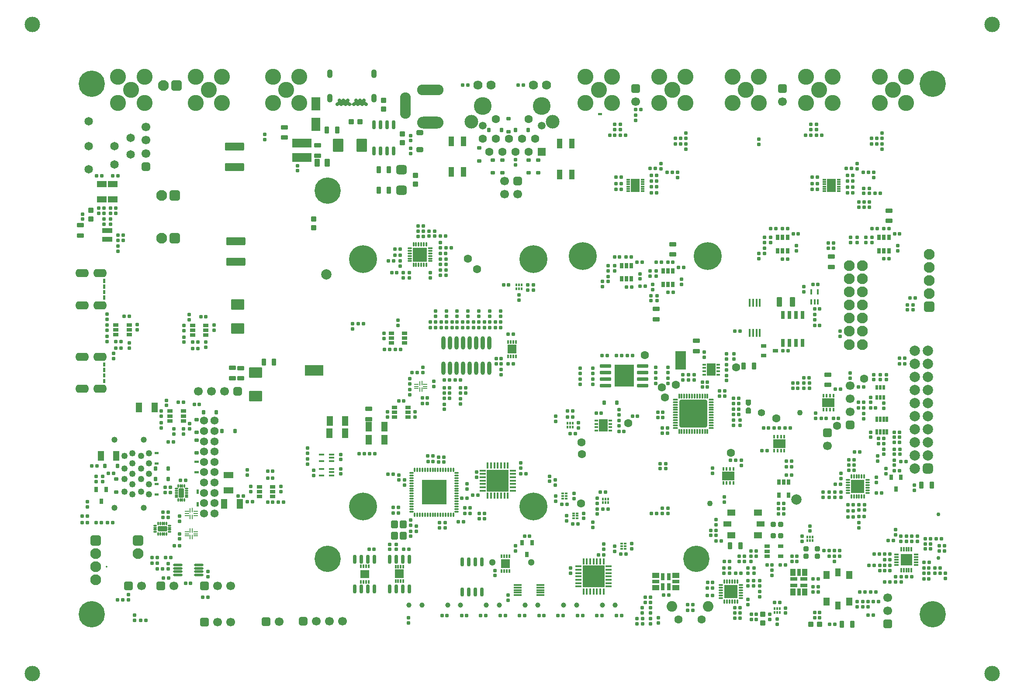
<source format=gbs>
G04*
G04 #@! TF.GenerationSoftware,Altium Limited,Altium Designer,19.1.6 (110)*
G04*
G04 Layer_Color=16711935*
%FSLAX44Y44*%
%MOMM*%
G71*
G01*
G75*
%ADD48C,1.6000*%
G04:AMPARAMS|DCode=109|XSize=0.6mm|YSize=0.7mm|CornerRadius=0.1mm|HoleSize=0mm|Usage=FLASHONLY|Rotation=0.000|XOffset=0mm|YOffset=0mm|HoleType=Round|Shape=RoundedRectangle|*
%AMROUNDEDRECTD109*
21,1,0.6000,0.5000,0,0,0.0*
21,1,0.4000,0.7000,0,0,0.0*
1,1,0.2000,0.2000,-0.2500*
1,1,0.2000,-0.2000,-0.2500*
1,1,0.2000,-0.2000,0.2500*
1,1,0.2000,0.2000,0.2500*
%
%ADD109ROUNDEDRECTD109*%
G04:AMPARAMS|DCode=113|XSize=0.6mm|YSize=0.7mm|CornerRadius=0.1mm|HoleSize=0mm|Usage=FLASHONLY|Rotation=270.000|XOffset=0mm|YOffset=0mm|HoleType=Round|Shape=RoundedRectangle|*
%AMROUNDEDRECTD113*
21,1,0.6000,0.5000,0,0,270.0*
21,1,0.4000,0.7000,0,0,270.0*
1,1,0.2000,-0.2500,-0.2000*
1,1,0.2000,-0.2500,0.2000*
1,1,0.2000,0.2500,0.2000*
1,1,0.2000,0.2500,-0.2000*
%
%ADD113ROUNDEDRECTD113*%
%ADD114R,0.4100X0.4000*%
G04:AMPARAMS|DCode=116|XSize=0.7mm|YSize=0.7mm|CornerRadius=0.11mm|HoleSize=0mm|Usage=FLASHONLY|Rotation=90.000|XOffset=0mm|YOffset=0mm|HoleType=Round|Shape=RoundedRectangle|*
%AMROUNDEDRECTD116*
21,1,0.7000,0.4800,0,0,90.0*
21,1,0.4800,0.7000,0,0,90.0*
1,1,0.2200,0.2400,0.2400*
1,1,0.2200,0.2400,-0.2400*
1,1,0.2200,-0.2400,-0.2400*
1,1,0.2200,-0.2400,0.2400*
%
%ADD116ROUNDEDRECTD116*%
%ADD118R,0.4000X0.4100*%
G04:AMPARAMS|DCode=127|XSize=0.7mm|YSize=0.7mm|CornerRadius=0.11mm|HoleSize=0mm|Usage=FLASHONLY|Rotation=180.000|XOffset=0mm|YOffset=0mm|HoleType=Round|Shape=RoundedRectangle|*
%AMROUNDEDRECTD127*
21,1,0.7000,0.4800,0,0,180.0*
21,1,0.4800,0.7000,0,0,180.0*
1,1,0.2200,-0.2400,0.2400*
1,1,0.2200,0.2400,0.2400*
1,1,0.2200,0.2400,-0.2400*
1,1,0.2200,-0.2400,-0.2400*
%
%ADD127ROUNDEDRECTD127*%
G04:AMPARAMS|DCode=133|XSize=1.1mm|YSize=1mm|CornerRadius=0.1625mm|HoleSize=0mm|Usage=FLASHONLY|Rotation=270.000|XOffset=0mm|YOffset=0mm|HoleType=Round|Shape=RoundedRectangle|*
%AMROUNDEDRECTD133*
21,1,1.1000,0.6750,0,0,270.0*
21,1,0.7750,1.0000,0,0,270.0*
1,1,0.3250,-0.3375,-0.3875*
1,1,0.3250,-0.3375,0.3875*
1,1,0.3250,0.3375,0.3875*
1,1,0.3250,0.3375,-0.3875*
%
%ADD133ROUNDEDRECTD133*%
%ADD134C,1.7000*%
G04:AMPARAMS|DCode=140|XSize=1.1mm|YSize=1mm|CornerRadius=0.1625mm|HoleSize=0mm|Usage=FLASHONLY|Rotation=180.000|XOffset=0mm|YOffset=0mm|HoleType=Round|Shape=RoundedRectangle|*
%AMROUNDEDRECTD140*
21,1,1.1000,0.6750,0,0,180.0*
21,1,0.7750,1.0000,0,0,180.0*
1,1,0.3250,-0.3875,0.3375*
1,1,0.3250,0.3875,0.3375*
1,1,0.3250,0.3875,-0.3375*
1,1,0.3250,-0.3875,-0.3375*
%
%ADD140ROUNDEDRECTD140*%
G04:AMPARAMS|DCode=148|XSize=1.5mm|YSize=1.1mm|CornerRadius=0.175mm|HoleSize=0mm|Usage=FLASHONLY|Rotation=270.000|XOffset=0mm|YOffset=0mm|HoleType=Round|Shape=RoundedRectangle|*
%AMROUNDEDRECTD148*
21,1,1.5000,0.7500,0,0,270.0*
21,1,1.1500,1.1000,0,0,270.0*
1,1,0.3500,-0.3750,-0.5750*
1,1,0.3500,-0.3750,0.5750*
1,1,0.3500,0.3750,0.5750*
1,1,0.3500,0.3750,-0.5750*
%
%ADD148ROUNDEDRECTD148*%
%ADD150C,3.0000*%
%ADD170R,3.8000X1.7000*%
G04:AMPARAMS|DCode=173|XSize=1.9mm|YSize=1.25mm|CornerRadius=0.1938mm|HoleSize=0mm|Usage=FLASHONLY|Rotation=180.000|XOffset=0mm|YOffset=0mm|HoleType=Round|Shape=RoundedRectangle|*
%AMROUNDEDRECTD173*
21,1,1.9000,0.8625,0,0,180.0*
21,1,1.5125,1.2500,0,0,180.0*
1,1,0.3875,-0.7563,0.4313*
1,1,0.3875,0.7563,0.4313*
1,1,0.3875,0.7563,-0.4313*
1,1,0.3875,-0.7563,-0.4313*
%
%ADD173ROUNDEDRECTD173*%
G04:AMPARAMS|DCode=192|XSize=2.6mm|YSize=2.1mm|CornerRadius=0.3mm|HoleSize=0mm|Usage=FLASHONLY|Rotation=90.000|XOffset=0mm|YOffset=0mm|HoleType=Round|Shape=RoundedRectangle|*
%AMROUNDEDRECTD192*
21,1,2.6000,1.5000,0,0,90.0*
21,1,2.0000,2.1000,0,0,90.0*
1,1,0.6000,0.7500,1.0000*
1,1,0.6000,0.7500,-1.0000*
1,1,0.6000,-0.7500,-1.0000*
1,1,0.6000,-0.7500,1.0000*
%
%ADD192ROUNDEDRECTD192*%
%ADD193C,2.0000*%
%ADD194R,3.6000X2.0000*%
%ADD196C,3.1000*%
%ADD197C,1.2500*%
%ADD198C,1.5780*%
%ADD199O,2.6500X1.6000*%
G04:AMPARAMS|DCode=200|XSize=1.624mm|YSize=1.624mm|CornerRadius=0.2405mm|HoleSize=0mm|Usage=FLASHONLY|Rotation=0.000|XOffset=0mm|YOffset=0mm|HoleType=Round|Shape=RoundedRectangle|*
%AMROUNDEDRECTD200*
21,1,1.6240,1.1430,0,0,0.0*
21,1,1.1430,1.6240,0,0,0.0*
1,1,0.4810,0.5715,-0.5715*
1,1,0.4810,-0.5715,-0.5715*
1,1,0.4810,-0.5715,0.5715*
1,1,0.4810,0.5715,0.5715*
%
%ADD200ROUNDEDRECTD200*%
%ADD201C,1.4000*%
%ADD202C,1.1000*%
G04:AMPARAMS|DCode=203|XSize=1.7mm|YSize=1.7mm|CornerRadius=0.45mm|HoleSize=0mm|Usage=FLASHONLY|Rotation=0.000|XOffset=0mm|YOffset=0mm|HoleType=Round|Shape=RoundedRectangle|*
%AMROUNDEDRECTD203*
21,1,1.7000,0.8000,0,0,0.0*
21,1,0.8000,1.7000,0,0,0.0*
1,1,0.9000,0.4000,-0.4000*
1,1,0.9000,-0.4000,-0.4000*
1,1,0.9000,-0.4000,0.4000*
1,1,0.9000,0.4000,0.4000*
%
%ADD203ROUNDEDRECTD203*%
%ADD204C,1.1886*%
%ADD205C,2.1000*%
%ADD206C,5.4000*%
%ADD207C,1.7800*%
%ADD208C,1.6080*%
%ADD209C,1.5080*%
%ADD210R,1.6080X1.6080*%
%ADD211C,2.6500*%
%ADD212C,3.4500*%
%ADD213C,1.6500*%
%ADD214O,2.1000X5.1000*%
%ADD215O,5.1000X2.3000*%
%ADD216O,5.1000X2.1000*%
%ADD217C,0.7500*%
%ADD218C,1.3000*%
%ADD219C,5.1000*%
%ADD220O,1.1000X1.7000*%
%ADD221C,0.7300*%
%ADD222C,2.0500*%
G04:AMPARAMS|DCode=223|XSize=2.1mm|YSize=2.1mm|CornerRadius=0.55mm|HoleSize=0mm|Usage=FLASHONLY|Rotation=90.000|XOffset=0mm|YOffset=0mm|HoleType=Round|Shape=RoundedRectangle|*
%AMROUNDEDRECTD223*
21,1,2.1000,1.0000,0,0,90.0*
21,1,1.0000,2.1000,0,0,90.0*
1,1,1.1000,0.5000,0.5000*
1,1,1.1000,0.5000,-0.5000*
1,1,1.1000,-0.5000,-0.5000*
1,1,1.1000,-0.5000,0.5000*
%
%ADD223ROUNDEDRECTD223*%
%ADD224C,0.3500*%
G04:AMPARAMS|DCode=225|XSize=2mm|YSize=2mm|CornerRadius=0.525mm|HoleSize=0mm|Usage=FLASHONLY|Rotation=90.000|XOffset=0mm|YOffset=0mm|HoleType=Round|Shape=RoundedRectangle|*
%AMROUNDEDRECTD225*
21,1,2.0000,0.9500,0,0,90.0*
21,1,0.9500,2.0000,0,0,90.0*
1,1,1.0500,0.4750,0.4750*
1,1,1.0500,0.4750,-0.4750*
1,1,1.0500,-0.4750,-0.4750*
1,1,1.0500,-0.4750,0.4750*
%
%ADD225ROUNDEDRECTD225*%
G04:AMPARAMS|DCode=226|XSize=2.1mm|YSize=2.1mm|CornerRadius=0.55mm|HoleSize=0mm|Usage=FLASHONLY|Rotation=180.000|XOffset=0mm|YOffset=0mm|HoleType=Round|Shape=RoundedRectangle|*
%AMROUNDEDRECTD226*
21,1,2.1000,1.0000,0,0,180.0*
21,1,1.0000,2.1000,0,0,180.0*
1,1,1.1000,-0.5000,0.5000*
1,1,1.1000,0.5000,0.5000*
1,1,1.1000,0.5000,-0.5000*
1,1,1.1000,-0.5000,-0.5000*
%
%ADD226ROUNDEDRECTD226*%
%ADD227C,1.0000*%
G04:AMPARAMS|DCode=228|XSize=1.624mm|YSize=1.624mm|CornerRadius=0.2405mm|HoleSize=0mm|Usage=FLASHONLY|Rotation=90.000|XOffset=0mm|YOffset=0mm|HoleType=Round|Shape=RoundedRectangle|*
%AMROUNDEDRECTD228*
21,1,1.6240,1.1430,0,0,90.0*
21,1,1.1430,1.6240,0,0,90.0*
1,1,0.4810,0.5715,0.5715*
1,1,0.4810,0.5715,-0.5715*
1,1,0.4810,-0.5715,-0.5715*
1,1,0.4810,-0.5715,0.5715*
%
%ADD228ROUNDEDRECTD228*%
G04:AMPARAMS|DCode=229|XSize=1.7mm|YSize=1.7mm|CornerRadius=0.45mm|HoleSize=0mm|Usage=FLASHONLY|Rotation=90.000|XOffset=0mm|YOffset=0mm|HoleType=Round|Shape=RoundedRectangle|*
%AMROUNDEDRECTD229*
21,1,1.7000,0.8000,0,0,90.0*
21,1,0.8000,1.7000,0,0,90.0*
1,1,0.9000,0.4000,0.4000*
1,1,0.9000,0.4000,-0.4000*
1,1,0.9000,-0.4000,-0.4000*
1,1,0.9000,-0.4000,0.4000*
%
%ADD229ROUNDEDRECTD229*%
%ADD334R,1.7000X1.7000*%
%ADD368R,1.7500X2.5000*%
%ADD369R,0.8000X0.3500*%
%ADD370R,0.3500X0.6250*%
G04:AMPARAMS|DCode=371|XSize=1.6mm|YSize=0.4mm|CornerRadius=0.0875mm|HoleSize=0mm|Usage=FLASHONLY|Rotation=180.000|XOffset=0mm|YOffset=0mm|HoleType=Round|Shape=RoundedRectangle|*
%AMROUNDEDRECTD371*
21,1,1.6000,0.2250,0,0,180.0*
21,1,1.4250,0.4000,0,0,180.0*
1,1,0.1750,-0.7125,0.1125*
1,1,0.1750,0.7125,0.1125*
1,1,0.1750,0.7125,-0.1125*
1,1,0.1750,-0.7125,-0.1125*
%
%ADD371ROUNDEDRECTD371*%
%ADD372R,0.6250X0.3500*%
G04:AMPARAMS|DCode=373|XSize=0.4mm|YSize=1.25mm|CornerRadius=0.125mm|HoleSize=0mm|Usage=FLASHONLY|Rotation=270.000|XOffset=0mm|YOffset=0mm|HoleType=Round|Shape=RoundedRectangle|*
%AMROUNDEDRECTD373*
21,1,0.4000,1.0000,0,0,270.0*
21,1,0.1500,1.2500,0,0,270.0*
1,1,0.2500,-0.5000,-0.0750*
1,1,0.2500,-0.5000,0.0750*
1,1,0.2500,0.5000,0.0750*
1,1,0.2500,0.5000,-0.0750*
%
%ADD373ROUNDEDRECTD373*%
G04:AMPARAMS|DCode=374|XSize=0.4mm|YSize=1.25mm|CornerRadius=0.125mm|HoleSize=0mm|Usage=FLASHONLY|Rotation=0.000|XOffset=0mm|YOffset=0mm|HoleType=Round|Shape=RoundedRectangle|*
%AMROUNDEDRECTD374*
21,1,0.4000,1.0000,0,0,0.0*
21,1,0.1500,1.2500,0,0,0.0*
1,1,0.2500,0.0750,-0.5000*
1,1,0.2500,-0.0750,-0.5000*
1,1,0.2500,-0.0750,0.5000*
1,1,0.2500,0.0750,0.5000*
%
%ADD374ROUNDEDRECTD374*%
%ADD375R,4.3000X4.3000*%
G04:AMPARAMS|DCode=376|XSize=3.7mm|YSize=1.6mm|CornerRadius=0.2375mm|HoleSize=0mm|Usage=FLASHONLY|Rotation=180.000|XOffset=0mm|YOffset=0mm|HoleType=Round|Shape=RoundedRectangle|*
%AMROUNDEDRECTD376*
21,1,3.7000,1.1250,0,0,180.0*
21,1,3.2250,1.6000,0,0,180.0*
1,1,0.4750,-1.6125,0.5625*
1,1,0.4750,1.6125,0.5625*
1,1,0.4750,1.6125,-0.5625*
1,1,0.4750,-1.6125,-0.5625*
%
%ADD376ROUNDEDRECTD376*%
G04:AMPARAMS|DCode=377|XSize=0.7mm|YSize=0.6mm|CornerRadius=0.1mm|HoleSize=0mm|Usage=FLASHONLY|Rotation=90.000|XOffset=0mm|YOffset=0mm|HoleType=Round|Shape=RoundedRectangle|*
%AMROUNDEDRECTD377*
21,1,0.7000,0.4000,0,0,90.0*
21,1,0.5000,0.6000,0,0,90.0*
1,1,0.2000,0.2000,0.2500*
1,1,0.2000,0.2000,-0.2500*
1,1,0.2000,-0.2000,-0.2500*
1,1,0.2000,-0.2000,0.2500*
%
%ADD377ROUNDEDRECTD377*%
G04:AMPARAMS|DCode=378|XSize=0.65mm|YSize=2.2mm|CornerRadius=0.1875mm|HoleSize=0mm|Usage=FLASHONLY|Rotation=90.000|XOffset=0mm|YOffset=0mm|HoleType=Round|Shape=RoundedRectangle|*
%AMROUNDEDRECTD378*
21,1,0.6500,1.8250,0,0,90.0*
21,1,0.2750,2.2000,0,0,90.0*
1,1,0.3750,0.9125,0.1375*
1,1,0.3750,0.9125,-0.1375*
1,1,0.3750,-0.9125,-0.1375*
1,1,0.3750,-0.9125,0.1375*
%
%ADD378ROUNDEDRECTD378*%
%ADD379R,3.7000X4.3000*%
G04:AMPARAMS|DCode=380|XSize=0.7mm|YSize=0.8mm|CornerRadius=0.125mm|HoleSize=0mm|Usage=FLASHONLY|Rotation=0.000|XOffset=0mm|YOffset=0mm|HoleType=Round|Shape=RoundedRectangle|*
%AMROUNDEDRECTD380*
21,1,0.7000,0.5500,0,0,0.0*
21,1,0.4500,0.8000,0,0,0.0*
1,1,0.2500,0.2250,-0.2750*
1,1,0.2500,-0.2250,-0.2750*
1,1,0.2500,-0.2250,0.2750*
1,1,0.2500,0.2250,0.2750*
%
%ADD380ROUNDEDRECTD380*%
G04:AMPARAMS|DCode=381|XSize=1mm|YSize=1mm|CornerRadius=0.1625mm|HoleSize=0mm|Usage=FLASHONLY|Rotation=270.000|XOffset=0mm|YOffset=0mm|HoleType=Round|Shape=RoundedRectangle|*
%AMROUNDEDRECTD381*
21,1,1.0000,0.6750,0,0,270.0*
21,1,0.6750,1.0000,0,0,270.0*
1,1,0.3250,-0.3375,-0.3375*
1,1,0.3250,-0.3375,0.3375*
1,1,0.3250,0.3375,0.3375*
1,1,0.3250,0.3375,-0.3375*
%
%ADD381ROUNDEDRECTD381*%
G04:AMPARAMS|DCode=382|XSize=0.7mm|YSize=1.1mm|CornerRadius=0.125mm|HoleSize=0mm|Usage=FLASHONLY|Rotation=0.000|XOffset=0mm|YOffset=0mm|HoleType=Round|Shape=RoundedRectangle|*
%AMROUNDEDRECTD382*
21,1,0.7000,0.8500,0,0,0.0*
21,1,0.4500,1.1000,0,0,0.0*
1,1,0.2500,0.2250,-0.4250*
1,1,0.2500,-0.2250,-0.4250*
1,1,0.2500,-0.2250,0.4250*
1,1,0.2500,0.2250,0.4250*
%
%ADD382ROUNDEDRECTD382*%
G04:AMPARAMS|DCode=383|XSize=5.4mm|YSize=5.4mm|CornerRadius=0.315mm|HoleSize=0mm|Usage=FLASHONLY|Rotation=270.000|XOffset=0mm|YOffset=0mm|HoleType=Round|Shape=RoundedRectangle|*
%AMROUNDEDRECTD383*
21,1,5.4000,4.7700,0,0,270.0*
21,1,4.7700,5.4000,0,0,270.0*
1,1,0.6300,-2.3850,-2.3850*
1,1,0.6300,-2.3850,2.3850*
1,1,0.6300,2.3850,2.3850*
1,1,0.6300,2.3850,-2.3850*
%
%ADD383ROUNDEDRECTD383*%
G04:AMPARAMS|DCode=384|XSize=0.95mm|YSize=0.35mm|CornerRadius=0.1125mm|HoleSize=0mm|Usage=FLASHONLY|Rotation=270.000|XOffset=0mm|YOffset=0mm|HoleType=Round|Shape=RoundedRectangle|*
%AMROUNDEDRECTD384*
21,1,0.9500,0.1250,0,0,270.0*
21,1,0.7250,0.3500,0,0,270.0*
1,1,0.2250,-0.0625,-0.3625*
1,1,0.2250,-0.0625,0.3625*
1,1,0.2250,0.0625,0.3625*
1,1,0.2250,0.0625,-0.3625*
%
%ADD384ROUNDEDRECTD384*%
G04:AMPARAMS|DCode=385|XSize=0.95mm|YSize=0.35mm|CornerRadius=0.1125mm|HoleSize=0mm|Usage=FLASHONLY|Rotation=0.000|XOffset=0mm|YOffset=0mm|HoleType=Round|Shape=RoundedRectangle|*
%AMROUNDEDRECTD385*
21,1,0.9500,0.1250,0,0,0.0*
21,1,0.7250,0.3500,0,0,0.0*
1,1,0.2250,0.3625,-0.0625*
1,1,0.2250,-0.3625,-0.0625*
1,1,0.2250,-0.3625,0.0625*
1,1,0.2250,0.3625,0.0625*
%
%ADD385ROUNDEDRECTD385*%
%ADD386R,1.7000X2.4500*%
%ADD387R,0.8000X0.4000*%
G04:AMPARAMS|DCode=388|XSize=1.4mm|YSize=0.9mm|CornerRadius=0.15mm|HoleSize=0mm|Usage=FLASHONLY|Rotation=180.000|XOffset=0mm|YOffset=0mm|HoleType=Round|Shape=RoundedRectangle|*
%AMROUNDEDRECTD388*
21,1,1.4000,0.6000,0,0,180.0*
21,1,1.1000,0.9000,0,0,180.0*
1,1,0.3000,-0.5500,0.3000*
1,1,0.3000,0.5500,0.3000*
1,1,0.3000,0.5500,-0.3000*
1,1,0.3000,-0.5500,-0.3000*
%
%ADD388ROUNDEDRECTD388*%
G04:AMPARAMS|DCode=389|XSize=1.4mm|YSize=0.9mm|CornerRadius=0.15mm|HoleSize=0mm|Usage=FLASHONLY|Rotation=90.000|XOffset=0mm|YOffset=0mm|HoleType=Round|Shape=RoundedRectangle|*
%AMROUNDEDRECTD389*
21,1,1.4000,0.6000,0,0,90.0*
21,1,1.1000,0.9000,0,0,90.0*
1,1,0.3000,0.3000,0.5500*
1,1,0.3000,0.3000,-0.5500*
1,1,0.3000,-0.3000,-0.5500*
1,1,0.3000,-0.3000,0.5500*
%
%ADD389ROUNDEDRECTD389*%
%ADD390R,2.4500X1.7000*%
%ADD391R,0.4000X0.8000*%
%ADD392R,1.4500X1.1000*%
%ADD393R,0.8000X1.4500*%
%ADD394R,1.4500X0.8000*%
%ADD395R,2.6000X2.6000*%
%ADD396O,0.3500X1.0000*%
%ADD397O,1.0000X0.3500*%
%ADD398R,1.5000X1.0000*%
%ADD399R,1.6000X1.3000*%
%ADD400R,0.8300X0.2600*%
%ADD401R,0.2600X0.8700*%
%ADD402R,0.2600X0.9700*%
G04:AMPARAMS|DCode=403|XSize=0.67mm|YSize=0.27mm|CornerRadius=0.11mm|HoleSize=0mm|Usage=FLASHONLY|Rotation=90.000|XOffset=0mm|YOffset=0mm|HoleType=Round|Shape=RoundedRectangle|*
%AMROUNDEDRECTD403*
21,1,0.6700,0.0500,0,0,90.0*
21,1,0.4500,0.2700,0,0,90.0*
1,1,0.2200,0.0250,0.2250*
1,1,0.2200,0.0250,-0.2250*
1,1,0.2200,-0.0250,-0.2250*
1,1,0.2200,-0.0250,0.2250*
%
%ADD403ROUNDEDRECTD403*%
G04:AMPARAMS|DCode=404|XSize=0.67mm|YSize=0.27mm|CornerRadius=0.085mm|HoleSize=0mm|Usage=FLASHONLY|Rotation=180.000|XOffset=0mm|YOffset=0mm|HoleType=Round|Shape=RoundedRectangle|*
%AMROUNDEDRECTD404*
21,1,0.6700,0.1000,0,0,180.0*
21,1,0.5000,0.2700,0,0,180.0*
1,1,0.1700,-0.2500,0.0500*
1,1,0.1700,0.2500,0.0500*
1,1,0.1700,0.2500,-0.0500*
1,1,0.1700,-0.2500,-0.0500*
%
%ADD404ROUNDEDRECTD404*%
G04:AMPARAMS|DCode=405|XSize=0.67mm|YSize=0.27mm|CornerRadius=0.11mm|HoleSize=0mm|Usage=FLASHONLY|Rotation=180.000|XOffset=0mm|YOffset=0mm|HoleType=Round|Shape=RoundedRectangle|*
%AMROUNDEDRECTD405*
21,1,0.6700,0.0500,0,0,180.0*
21,1,0.4500,0.2700,0,0,180.0*
1,1,0.2200,-0.2250,0.0250*
1,1,0.2200,0.2250,0.0250*
1,1,0.2200,0.2250,-0.0250*
1,1,0.2200,-0.2250,-0.0250*
%
%ADD405ROUNDEDRECTD405*%
G04:AMPARAMS|DCode=406|XSize=0.27mm|YSize=0.67mm|CornerRadius=0.11mm|HoleSize=0mm|Usage=FLASHONLY|Rotation=180.000|XOffset=0mm|YOffset=0mm|HoleType=Round|Shape=RoundedRectangle|*
%AMROUNDEDRECTD406*
21,1,0.2700,0.4500,0,0,180.0*
21,1,0.0500,0.6700,0,0,180.0*
1,1,0.2200,-0.0250,0.2250*
1,1,0.2200,0.0250,0.2250*
1,1,0.2200,0.0250,-0.2250*
1,1,0.2200,-0.0250,-0.2250*
%
%ADD406ROUNDEDRECTD406*%
G04:AMPARAMS|DCode=407|XSize=1.07mm|YSize=1.87mm|CornerRadius=0.285mm|HoleSize=0mm|Usage=FLASHONLY|Rotation=180.000|XOffset=0mm|YOffset=0mm|HoleType=Round|Shape=RoundedRectangle|*
%AMROUNDEDRECTD407*
21,1,1.0700,1.3000,0,0,180.0*
21,1,0.5000,1.8700,0,0,180.0*
1,1,0.5700,-0.2500,0.6500*
1,1,0.5700,0.2500,0.6500*
1,1,0.5700,0.2500,-0.6500*
1,1,0.5700,-0.2500,-0.6500*
%
%ADD407ROUNDEDRECTD407*%
G04:AMPARAMS|DCode=408|XSize=0.27mm|YSize=0.67mm|CornerRadius=0.11mm|HoleSize=0mm|Usage=FLASHONLY|Rotation=90.000|XOffset=0mm|YOffset=0mm|HoleType=Round|Shape=RoundedRectangle|*
%AMROUNDEDRECTD408*
21,1,0.2700,0.4500,0,0,90.0*
21,1,0.0500,0.6700,0,0,90.0*
1,1,0.2200,0.2250,0.0250*
1,1,0.2200,0.2250,-0.0250*
1,1,0.2200,-0.2250,-0.0250*
1,1,0.2200,-0.2250,0.0250*
%
%ADD408ROUNDEDRECTD408*%
G04:AMPARAMS|DCode=409|XSize=1.07mm|YSize=1.87mm|CornerRadius=0.285mm|HoleSize=0mm|Usage=FLASHONLY|Rotation=90.000|XOffset=0mm|YOffset=0mm|HoleType=Round|Shape=RoundedRectangle|*
%AMROUNDEDRECTD409*
21,1,1.0700,1.3000,0,0,90.0*
21,1,0.5000,1.8700,0,0,90.0*
1,1,0.5700,0.6500,0.2500*
1,1,0.5700,0.6500,-0.2500*
1,1,0.5700,-0.6500,-0.2500*
1,1,0.5700,-0.6500,0.2500*
%
%ADD409ROUNDEDRECTD409*%
G04:AMPARAMS|DCode=410|XSize=0.67mm|YSize=0.27mm|CornerRadius=0.085mm|HoleSize=0mm|Usage=FLASHONLY|Rotation=90.000|XOffset=0mm|YOffset=0mm|HoleType=Round|Shape=RoundedRectangle|*
%AMROUNDEDRECTD410*
21,1,0.6700,0.1000,0,0,90.0*
21,1,0.5000,0.2700,0,0,90.0*
1,1,0.1700,0.0500,0.2500*
1,1,0.1700,0.0500,-0.2500*
1,1,0.1700,-0.0500,-0.2500*
1,1,0.1700,-0.0500,0.2500*
%
%ADD410ROUNDEDRECTD410*%
%ADD411R,0.8100X0.2800*%
%ADD412R,0.2800X0.8700*%
%ADD413R,0.2800X0.9700*%
G04:AMPARAMS|DCode=414|XSize=1.8mm|YSize=0.55mm|CornerRadius=0.1625mm|HoleSize=0mm|Usage=FLASHONLY|Rotation=180.000|XOffset=0mm|YOffset=0mm|HoleType=Round|Shape=RoundedRectangle|*
%AMROUNDEDRECTD414*
21,1,1.8000,0.2250,0,0,180.0*
21,1,1.4750,0.5500,0,0,180.0*
1,1,0.3250,-0.7375,0.1125*
1,1,0.3250,0.7375,0.1125*
1,1,0.3250,0.7375,-0.1125*
1,1,0.3250,-0.7375,-0.1125*
%
%ADD414ROUNDEDRECTD414*%
G04:AMPARAMS|DCode=415|XSize=1.9mm|YSize=1.25mm|CornerRadius=0.1938mm|HoleSize=0mm|Usage=FLASHONLY|Rotation=270.000|XOffset=0mm|YOffset=0mm|HoleType=Round|Shape=RoundedRectangle|*
%AMROUNDEDRECTD415*
21,1,1.9000,0.8625,0,0,270.0*
21,1,1.5125,1.2500,0,0,270.0*
1,1,0.3875,-0.4313,-0.7563*
1,1,0.3875,-0.4313,0.7563*
1,1,0.3875,0.4313,0.7563*
1,1,0.3875,0.4313,-0.7563*
%
%ADD415ROUNDEDRECTD415*%
G04:AMPARAMS|DCode=416|XSize=0.7mm|YSize=0.8mm|CornerRadius=0.125mm|HoleSize=0mm|Usage=FLASHONLY|Rotation=270.000|XOffset=0mm|YOffset=0mm|HoleType=Round|Shape=RoundedRectangle|*
%AMROUNDEDRECTD416*
21,1,0.7000,0.5500,0,0,270.0*
21,1,0.4500,0.8000,0,0,270.0*
1,1,0.2500,-0.2750,-0.2250*
1,1,0.2500,-0.2750,0.2250*
1,1,0.2500,0.2750,0.2250*
1,1,0.2500,0.2750,-0.2250*
%
%ADD416ROUNDEDRECTD416*%
%ADD417R,0.4500X1.6000*%
G04:AMPARAMS|DCode=418|XSize=2.6mm|YSize=2.1mm|CornerRadius=0.3mm|HoleSize=0mm|Usage=FLASHONLY|Rotation=180.000|XOffset=0mm|YOffset=0mm|HoleType=Round|Shape=RoundedRectangle|*
%AMROUNDEDRECTD418*
21,1,2.6000,1.5000,0,0,180.0*
21,1,2.0000,2.1000,0,0,180.0*
1,1,0.6000,-1.0000,0.7500*
1,1,0.6000,1.0000,0.7500*
1,1,0.6000,1.0000,-0.7500*
1,1,0.6000,-1.0000,-0.7500*
%
%ADD418ROUNDEDRECTD418*%
G04:AMPARAMS|DCode=419|XSize=0.7mm|YSize=1.1mm|CornerRadius=0.125mm|HoleSize=0mm|Usage=FLASHONLY|Rotation=90.000|XOffset=0mm|YOffset=0mm|HoleType=Round|Shape=RoundedRectangle|*
%AMROUNDEDRECTD419*
21,1,0.7000,0.8500,0,0,90.0*
21,1,0.4500,1.1000,0,0,90.0*
1,1,0.2500,0.4250,0.2250*
1,1,0.2500,0.4250,-0.2250*
1,1,0.2500,-0.4250,-0.2250*
1,1,0.2500,-0.4250,0.2250*
%
%ADD419ROUNDEDRECTD419*%
G04:AMPARAMS|DCode=420|XSize=1.5mm|YSize=1.3mm|CornerRadius=0.2mm|HoleSize=0mm|Usage=FLASHONLY|Rotation=270.000|XOffset=0mm|YOffset=0mm|HoleType=Round|Shape=RoundedRectangle|*
%AMROUNDEDRECTD420*
21,1,1.5000,0.9000,0,0,270.0*
21,1,1.1000,1.3000,0,0,270.0*
1,1,0.4000,-0.4500,-0.5500*
1,1,0.4000,-0.4500,0.5500*
1,1,0.4000,0.4500,0.5500*
1,1,0.4000,0.4500,-0.5500*
%
%ADD420ROUNDEDRECTD420*%
%ADD421O,0.7000X1.8000*%
%ADD422R,1.8000X1.8000*%
%ADD423R,0.3900X0.7400*%
G04:AMPARAMS|DCode=424|XSize=0.4mm|YSize=0.8mm|CornerRadius=0.125mm|HoleSize=0mm|Usage=FLASHONLY|Rotation=270.000|XOffset=0mm|YOffset=0mm|HoleType=Round|Shape=RoundedRectangle|*
%AMROUNDEDRECTD424*
21,1,0.4000,0.5500,0,0,270.0*
21,1,0.1500,0.8000,0,0,270.0*
1,1,0.2500,-0.2750,-0.0750*
1,1,0.2500,-0.2750,0.0750*
1,1,0.2500,0.2750,0.0750*
1,1,0.2500,0.2750,-0.0750*
%
%ADD424ROUNDEDRECTD424*%
G04:AMPARAMS|DCode=425|XSize=0.4mm|YSize=0.8mm|CornerRadius=0.125mm|HoleSize=0mm|Usage=FLASHONLY|Rotation=0.000|XOffset=0mm|YOffset=0mm|HoleType=Round|Shape=RoundedRectangle|*
%AMROUNDEDRECTD425*
21,1,0.4000,0.5500,0,0,0.0*
21,1,0.1500,0.8000,0,0,0.0*
1,1,0.2500,0.0750,-0.2750*
1,1,0.2500,-0.0750,-0.2750*
1,1,0.2500,-0.0750,0.2750*
1,1,0.2500,0.0750,0.2750*
%
%ADD425ROUNDEDRECTD425*%
%ADD426R,4.8000X4.8000*%
%ADD427R,0.4000X0.8000*%
%ADD428R,1.7000X1.5000*%
G04:AMPARAMS|DCode=429|XSize=0.55mm|YSize=0.8mm|CornerRadius=0.1063mm|HoleSize=0mm|Usage=FLASHONLY|Rotation=180.000|XOffset=0mm|YOffset=0mm|HoleType=Round|Shape=RoundedRectangle|*
%AMROUNDEDRECTD429*
21,1,0.5500,0.5875,0,0,180.0*
21,1,0.3375,0.8000,0,0,180.0*
1,1,0.2125,-0.1688,0.2938*
1,1,0.2125,0.1688,0.2938*
1,1,0.2125,0.1688,-0.2938*
1,1,0.2125,-0.1688,-0.2938*
%
%ADD429ROUNDEDRECTD429*%
%ADD430R,0.5000X1.1000*%
%ADD431R,2.2000X2.2000*%
%ADD432R,0.9500X0.4000*%
%ADD433R,0.4000X0.9500*%
%ADD434R,0.5000X0.9500*%
%ADD435R,1.8000X2.6000*%
G04:AMPARAMS|DCode=436|XSize=1.8mm|YSize=2.1mm|CornerRadius=0.475mm|HoleSize=0mm|Usage=FLASHONLY|Rotation=90.000|XOffset=0mm|YOffset=0mm|HoleType=Round|Shape=RoundedRectangle|*
%AMROUNDEDRECTD436*
21,1,1.8000,1.1500,0,0,90.0*
21,1,0.8500,2.1000,0,0,90.0*
1,1,0.9500,0.5750,0.4250*
1,1,0.9500,0.5750,-0.4250*
1,1,0.9500,-0.5750,-0.4250*
1,1,0.9500,-0.5750,0.4250*
%
%ADD436ROUNDEDRECTD436*%
%ADD437R,1.3000X1.6000*%
%ADD438R,1.0000X1.5000*%
%ADD439R,1.1000X1.4500*%
G04:AMPARAMS|DCode=440|XSize=1mm|YSize=1mm|CornerRadius=0.1625mm|HoleSize=0mm|Usage=FLASHONLY|Rotation=0.000|XOffset=0mm|YOffset=0mm|HoleType=Round|Shape=RoundedRectangle|*
%AMROUNDEDRECTD440*
21,1,1.0000,0.6750,0,0,0.0*
21,1,0.6750,1.0000,0,0,0.0*
1,1,0.3250,0.3375,-0.3375*
1,1,0.3250,-0.3375,-0.3375*
1,1,0.3250,-0.3375,0.3375*
1,1,0.3250,0.3375,0.3375*
%
%ADD440ROUNDEDRECTD440*%
%ADD441R,0.3500X0.7250*%
%ADD442R,1.0000X1.9400*%
G04:AMPARAMS|DCode=443|XSize=1.32mm|YSize=1.01mm|CornerRadius=0.1638mm|HoleSize=0mm|Usage=FLASHONLY|Rotation=180.000|XOffset=0mm|YOffset=0mm|HoleType=Round|Shape=RoundedRectangle|*
%AMROUNDEDRECTD443*
21,1,1.3200,0.6825,0,0,180.0*
21,1,0.9925,1.0100,0,0,180.0*
1,1,0.3275,-0.4963,0.3413*
1,1,0.3275,0.4963,0.3413*
1,1,0.3275,0.4963,-0.3413*
1,1,0.3275,-0.4963,-0.3413*
%
%ADD443ROUNDEDRECTD443*%
%ADD444O,0.8000X2.6000*%
%ADD445R,0.7500X1.6250*%
%ADD446R,0.4600X1.1000*%
%ADD447R,2.0000X3.6000*%
G04:AMPARAMS|DCode=448|XSize=1.1mm|YSize=1.9mm|CornerRadius=0.3mm|HoleSize=0mm|Usage=FLASHONLY|Rotation=180.000|XOffset=0mm|YOffset=0mm|HoleType=Round|Shape=RoundedRectangle|*
%AMROUNDEDRECTD448*
21,1,1.1000,1.3000,0,0,180.0*
21,1,0.5000,1.9000,0,0,180.0*
1,1,0.6000,-0.2500,0.6500*
1,1,0.6000,0.2500,0.6500*
1,1,0.6000,0.2500,-0.6500*
1,1,0.6000,-0.2500,-0.6500*
%
%ADD448ROUNDEDRECTD448*%
G04:AMPARAMS|DCode=449|XSize=0.3393mm|YSize=0.8811mm|CornerRadius=0.1098mm|HoleSize=0mm|Usage=FLASHONLY|Rotation=180.000|XOffset=0mm|YOffset=0mm|HoleType=Round|Shape=RoundedRectangle|*
%AMROUNDEDRECTD449*
21,1,0.3393,0.6614,0,0,180.0*
21,1,0.1196,0.8811,0,0,180.0*
1,1,0.2196,-0.0598,0.3307*
1,1,0.2196,0.0598,0.3307*
1,1,0.2196,0.0598,-0.3307*
1,1,0.2196,-0.0598,-0.3307*
%
%ADD449ROUNDEDRECTD449*%
G04:AMPARAMS|DCode=450|XSize=0.8811mm|YSize=0.3393mm|CornerRadius=0.1098mm|HoleSize=0mm|Usage=FLASHONLY|Rotation=180.000|XOffset=0mm|YOffset=0mm|HoleType=Round|Shape=RoundedRectangle|*
%AMROUNDEDRECTD450*
21,1,0.8811,0.1196,0,0,180.0*
21,1,0.6614,0.3393,0,0,180.0*
1,1,0.2196,-0.3307,0.0598*
1,1,0.2196,0.3307,0.0598*
1,1,0.2196,0.3307,-0.0598*
1,1,0.2196,-0.3307,-0.0598*
%
%ADD450ROUNDEDRECTD450*%
%ADD451R,0.8811X0.3393*%
%ADD452R,2.8000X2.8000*%
%ADD453R,1.1000X0.4600*%
G36*
X568000Y1028250D02*
Y1026200D01*
X565550Y1023750D01*
X544950D01*
X543250Y1025450D01*
Y1024250D01*
X535250D01*
Y1025450D01*
X533550Y1023750D01*
X512950D01*
X510500Y1026200D01*
Y1028250D01*
X516000Y1033750D01*
X530500D01*
X536000Y1028250D01*
Y1026250D01*
X542500D01*
Y1028250D01*
X548000Y1033750D01*
X562500D01*
X568000Y1028250D01*
D02*
G37*
G36*
X1024250Y1004000D02*
X1016250D01*
Y1008000D01*
X1024250D01*
Y1004000D01*
D02*
G37*
G36*
X75250Y775250D02*
X55750D01*
X55750Y784250D01*
X75250D01*
X75250Y775250D01*
D02*
G37*
G36*
X75250Y758250D02*
X55750D01*
Y767250D01*
X75250D01*
Y758250D01*
D02*
G37*
G36*
X61750Y678000D02*
X57750D01*
Y686000D01*
X61750D01*
Y678000D01*
D02*
G37*
G36*
Y667250D02*
X57750D01*
Y675250D01*
X61750D01*
Y667250D01*
D02*
G37*
G36*
X61733Y656716D02*
X57733D01*
Y664716D01*
X61733D01*
Y656716D01*
D02*
G37*
G36*
Y645966D02*
X57733D01*
Y653966D01*
X61733D01*
Y645966D01*
D02*
G37*
G36*
X61750Y516000D02*
X57750D01*
Y524000D01*
X61750D01*
Y516000D01*
D02*
G37*
G36*
Y505250D02*
X57750D01*
Y513250D01*
X61750D01*
Y505250D01*
D02*
G37*
G36*
X61733Y494717D02*
X57733D01*
Y502717D01*
X61733D01*
Y494717D01*
D02*
G37*
G36*
Y483966D02*
X57733D01*
Y491967D01*
X61733D01*
Y483966D01*
D02*
G37*
G36*
X165000Y346000D02*
X157000D01*
Y350000D01*
X165000D01*
Y346000D01*
D02*
G37*
G36*
X242500Y329000D02*
X234500D01*
Y333000D01*
X242500D01*
Y329000D01*
D02*
G37*
G36*
X165000Y326000D02*
X157000D01*
Y330000D01*
X165000D01*
Y326000D01*
D02*
G37*
G36*
X242500Y309000D02*
X234500D01*
Y313000D01*
X242500D01*
Y309000D01*
D02*
G37*
G36*
X165000Y286000D02*
X157000D01*
Y290000D01*
X165000D01*
Y286000D01*
D02*
G37*
G36*
X242750Y269250D02*
X238750D01*
Y277250D01*
X242750D01*
Y269250D01*
D02*
G37*
G36*
X165000Y266000D02*
X157000D01*
Y270000D01*
X165000D01*
Y266000D01*
D02*
G37*
G36*
X242750Y244750D02*
X238750D01*
Y252750D01*
X242750D01*
Y244750D01*
D02*
G37*
D48*
X1532500Y492250D02*
D03*
X984750Y368500D02*
D03*
X985000Y345750D02*
D03*
X764750Y725250D02*
D03*
X781750Y704993D02*
D03*
X1140250Y475750D02*
D03*
X1107000Y538250D02*
D03*
X1167250Y481000D02*
D03*
X1146500Y456500D02*
D03*
X1075500Y405750D02*
D03*
X1284500Y514250D02*
D03*
X1362039Y415250D02*
D03*
X1479750Y400750D02*
D03*
X1274000Y348750D02*
D03*
X983250Y250000D02*
D03*
X1172500Y25300D02*
D03*
X1217500D02*
D03*
D109*
X1566933Y948250D02*
D03*
Y938250D02*
D03*
Y959250D02*
D03*
Y969250D02*
D03*
X1186933Y959250D02*
D03*
Y969250D02*
D03*
Y948250D02*
D03*
Y938250D02*
D03*
X1521750Y835500D02*
D03*
Y825500D02*
D03*
X1532000D02*
D03*
Y835500D02*
D03*
X1550928Y882832D02*
D03*
Y892832D02*
D03*
X1170928Y882832D02*
D03*
Y892832D02*
D03*
X1364000Y25750D02*
D03*
Y15750D02*
D03*
X842000Y72250D02*
D03*
Y62250D02*
D03*
X1049125Y167500D02*
D03*
Y157500D02*
D03*
X955875Y226250D02*
D03*
Y216250D02*
D03*
X934875Y264500D02*
D03*
Y254500D02*
D03*
X781000Y311250D02*
D03*
Y301250D02*
D03*
X934250Y409750D02*
D03*
Y419750D02*
D03*
X1252000Y469000D02*
D03*
X1252000Y459000D02*
D03*
X1262000D02*
D03*
Y469000D02*
D03*
X1279000Y423000D02*
D03*
Y433000D02*
D03*
X1289000D02*
D03*
Y423000D02*
D03*
X1279000Y402000D02*
D03*
Y412000D02*
D03*
X1291500D02*
D03*
Y402000D02*
D03*
X1279000Y444000D02*
D03*
Y454000D02*
D03*
X1289000D02*
D03*
Y444000D02*
D03*
X1132250Y417000D02*
D03*
Y427000D02*
D03*
X1142250D02*
D03*
Y417000D02*
D03*
X1151250Y387000D02*
D03*
Y397000D02*
D03*
X1141000Y397000D02*
D03*
Y387000D02*
D03*
X1057000Y432250D02*
D03*
Y422250D02*
D03*
X1222000Y543750D02*
D03*
Y533750D02*
D03*
X1266000Y540750D02*
D03*
Y530750D02*
D03*
X1280250Y540750D02*
D03*
Y530750D02*
D03*
X963250Y115250D02*
D03*
Y125250D02*
D03*
X1260643Y125244D02*
D03*
Y115244D02*
D03*
X1271643D02*
D03*
Y125244D02*
D03*
X1323500Y25500D02*
D03*
Y35500D02*
D03*
X1313500D02*
D03*
Y25500D02*
D03*
X1307500Y114750D02*
D03*
Y124750D02*
D03*
X1318750Y114750D02*
D03*
X1318750Y124750D02*
D03*
X1307143Y100493D02*
D03*
Y90493D02*
D03*
Y54243D02*
D03*
Y64243D02*
D03*
X1318393Y100493D02*
D03*
Y90493D02*
D03*
X1329643Y100493D02*
D03*
Y90493D02*
D03*
X1427360Y206750D02*
D03*
X1427360Y196750D02*
D03*
X652000Y461500D02*
D03*
X652000Y471500D02*
D03*
X863750Y655000D02*
D03*
Y645000D02*
D03*
X205750Y215750D02*
D03*
Y225750D02*
D03*
X183250Y233500D02*
D03*
Y223500D02*
D03*
X173228Y233500D02*
D03*
Y223500D02*
D03*
X260500Y118000D02*
D03*
Y108000D02*
D03*
X205750Y181500D02*
D03*
Y191500D02*
D03*
X641250Y285750D02*
D03*
Y295750D02*
D03*
X77750Y541750D02*
D03*
Y531750D02*
D03*
X336500Y315250D02*
D03*
Y305250D02*
D03*
X402100Y273370D02*
D03*
Y283370D02*
D03*
X653750Y196500D02*
D03*
Y186500D02*
D03*
X816500Y110250D02*
D03*
Y120250D02*
D03*
X707500Y340500D02*
D03*
Y330500D02*
D03*
X717485Y330475D02*
D03*
X717485Y340475D02*
D03*
X653750Y208250D02*
D03*
Y218250D02*
D03*
X433750Y896000D02*
D03*
Y906000D02*
D03*
X18000Y812000D02*
D03*
Y802000D02*
D03*
X370250Y956500D02*
D03*
Y966500D02*
D03*
X856250Y907250D02*
D03*
Y917250D02*
D03*
X1130750Y653750D02*
D03*
Y643750D02*
D03*
X1119500Y643750D02*
D03*
Y653750D02*
D03*
X1463250Y756000D02*
D03*
Y746000D02*
D03*
X1473250D02*
D03*
Y756000D02*
D03*
X1630063Y275813D02*
D03*
Y285813D02*
D03*
X608380Y418000D02*
D03*
Y428000D02*
D03*
X662120Y418000D02*
D03*
Y428000D02*
D03*
X628500Y596000D02*
D03*
Y606000D02*
D03*
X602130Y580750D02*
D03*
Y570750D02*
D03*
X518000Y345500D02*
D03*
Y335500D02*
D03*
X518000Y317597D02*
D03*
Y307597D02*
D03*
X1436250Y607000D02*
D03*
Y617000D02*
D03*
X1505500Y503750D02*
D03*
Y493750D02*
D03*
X65100Y607730D02*
D03*
Y617730D02*
D03*
X123850Y597250D02*
D03*
Y587250D02*
D03*
X1261750Y263250D02*
D03*
X1261750Y253250D02*
D03*
X1238750Y319000D02*
D03*
Y309000D02*
D03*
X1574832Y307950D02*
D03*
Y317950D02*
D03*
X272600Y586250D02*
D03*
X272600Y596250D02*
D03*
X224100Y616730D02*
D03*
Y606730D02*
D03*
X688911Y768951D02*
D03*
Y778951D02*
D03*
X180480Y440480D02*
D03*
Y450480D02*
D03*
X1544737Y378744D02*
D03*
Y388744D02*
D03*
X1570012Y434879D02*
D03*
Y444879D02*
D03*
X1562500Y130000D02*
D03*
Y120000D02*
D03*
X1582500D02*
D03*
Y130000D02*
D03*
X1572500Y120000D02*
D03*
Y130000D02*
D03*
X1604000Y97750D02*
D03*
Y107750D02*
D03*
X1647990Y125000D02*
D03*
Y115000D02*
D03*
X1657990Y125000D02*
D03*
Y115000D02*
D03*
X1603500Y186500D02*
D03*
Y176500D02*
D03*
X1522500Y237500D02*
D03*
Y247500D02*
D03*
Y203000D02*
D03*
Y213000D02*
D03*
X1533500Y247500D02*
D03*
X1533500Y237500D02*
D03*
X1487000Y298500D02*
D03*
Y308500D02*
D03*
X1464500Y272250D02*
D03*
Y262250D02*
D03*
X1475750Y272250D02*
D03*
Y262250D02*
D03*
X1555750Y291000D02*
D03*
Y301000D02*
D03*
X1487000Y272250D02*
D03*
Y262250D02*
D03*
X1529650Y59900D02*
D03*
Y49900D02*
D03*
X1539650Y59900D02*
D03*
Y49900D02*
D03*
X1443000Y78250D02*
D03*
Y88250D02*
D03*
X1433000Y78250D02*
D03*
X1433000Y88250D02*
D03*
X1402250Y148000D02*
D03*
Y138000D02*
D03*
X1354000Y120750D02*
D03*
Y110750D02*
D03*
X1392250Y148000D02*
D03*
Y138000D02*
D03*
X1597230Y741000D02*
D03*
Y751000D02*
D03*
X1400850Y740725D02*
D03*
Y750725D02*
D03*
X1178750Y675600D02*
D03*
Y685600D02*
D03*
X1097980Y686000D02*
D03*
Y696000D02*
D03*
D113*
X1130150Y853360D02*
D03*
X1120150D02*
D03*
Y864860D02*
D03*
X1130150D02*
D03*
X1130150Y876360D02*
D03*
X1120150D02*
D03*
X1039250Y965250D02*
D03*
X1049250D02*
D03*
X1070250D02*
D03*
X1060250D02*
D03*
X1419250D02*
D03*
X1429250D02*
D03*
X1450250D02*
D03*
X1440250D02*
D03*
X1500095Y864555D02*
D03*
X1510095D02*
D03*
X1510150Y876360D02*
D03*
X1500150D02*
D03*
X1510150Y853360D02*
D03*
X1500150D02*
D03*
X1431400Y883610D02*
D03*
X1441400D02*
D03*
X1441400Y859610D02*
D03*
X1431400D02*
D03*
X1441400Y870860D02*
D03*
X1431400D02*
D03*
X1497650Y900610D02*
D03*
X1507650D02*
D03*
X1051400Y883610D02*
D03*
X1061400D02*
D03*
X1061400Y859610D02*
D03*
X1051400D02*
D03*
X1061400Y870860D02*
D03*
X1051400D02*
D03*
X1117650Y900610D02*
D03*
X1127650D02*
D03*
X1030750Y272250D02*
D03*
X1020750D02*
D03*
X962500Y385500D02*
D03*
X972500D02*
D03*
X876750Y307750D02*
D03*
X866750D02*
D03*
X1392000Y321750D02*
D03*
X1382000D02*
D03*
X1392000Y305750D02*
D03*
X1382000D02*
D03*
X1366750Y240250D02*
D03*
X1376750D02*
D03*
X1366750Y230250D02*
D03*
X1376750D02*
D03*
X1238393Y71743D02*
D03*
X1228393D02*
D03*
X1281643Y48243D02*
D03*
X1291643D02*
D03*
X1281643Y38244D02*
D03*
X1291643D02*
D03*
X1118000Y68500D02*
D03*
X1108000D02*
D03*
X1118000Y58500D02*
D03*
X1108000D02*
D03*
X1425250Y494250D02*
D03*
X1415250D02*
D03*
X1394000Y484250D02*
D03*
X1404000D02*
D03*
X1218750Y486000D02*
D03*
X1228750D02*
D03*
Y476000D02*
D03*
X1218750D02*
D03*
X1023000Y425250D02*
D03*
X1013000D02*
D03*
X1334250Y352750D02*
D03*
X1344250D02*
D03*
X1337250Y396750D02*
D03*
X1347250D02*
D03*
X1034250Y537750D02*
D03*
X1024250D02*
D03*
X1027500Y150750D02*
D03*
X1017500D02*
D03*
X1143750Y72750D02*
D03*
X1153750D02*
D03*
X1290500Y137500D02*
D03*
X1300500D02*
D03*
X1228894Y96743D02*
D03*
X1238893D02*
D03*
X1235500Y188250D02*
D03*
X1245500D02*
D03*
X1235500Y198250D02*
D03*
X1245500D02*
D03*
X1590981Y368644D02*
D03*
X1600981D02*
D03*
Y378644D02*
D03*
X1590981D02*
D03*
X217500Y295000D02*
D03*
X207500D02*
D03*
X177500Y281750D02*
D03*
X187500D02*
D03*
X177500Y271750D02*
D03*
X187500D02*
D03*
X152500Y145250D02*
D03*
X162500D02*
D03*
X205500Y168250D02*
D03*
X195500D02*
D03*
X755750Y214750D02*
D03*
X745750D02*
D03*
X762500Y260500D02*
D03*
X752500D02*
D03*
X687000Y331750D02*
D03*
X697000D02*
D03*
X696750Y342500D02*
D03*
X686750D02*
D03*
X1600981Y388644D02*
D03*
X1590981D02*
D03*
X386250Y299850D02*
D03*
X376250D02*
D03*
X582750Y161750D02*
D03*
X572750D02*
D03*
X650250D02*
D03*
X640250D02*
D03*
X733510Y591850D02*
D03*
X743510D02*
D03*
X667661Y788451D02*
D03*
X677661D02*
D03*
Y778451D02*
D03*
X667661D02*
D03*
Y768451D02*
D03*
X677661D02*
D03*
X1510750Y235750D02*
D03*
X1500750D02*
D03*
X1510750Y224500D02*
D03*
X1500750D02*
D03*
X722510Y591850D02*
D03*
X712510D02*
D03*
X829000Y531500D02*
D03*
X819000D02*
D03*
X701510Y591850D02*
D03*
X691510D02*
D03*
X562000Y599000D02*
D03*
X552000D02*
D03*
X1200250Y43050D02*
D03*
X1190250D02*
D03*
X1631500Y649000D02*
D03*
X1621500D02*
D03*
X1651000Y162000D02*
D03*
X1661000D02*
D03*
X1512500Y324500D02*
D03*
X1502500D02*
D03*
X1512500Y314500D02*
D03*
X1502500D02*
D03*
X1472750Y415500D02*
D03*
X1482750D02*
D03*
X1442854Y675500D02*
D03*
X1432854D02*
D03*
X98000Y613730D02*
D03*
X108000D02*
D03*
X852500Y521490D02*
D03*
X842500D02*
D03*
X1384700Y546880D02*
D03*
X1374700D02*
D03*
X1476500Y472250D02*
D03*
X1486500D02*
D03*
X256750Y612730D02*
D03*
X246750D02*
D03*
X632911Y743701D02*
D03*
X622911D02*
D03*
X632911Y732451D02*
D03*
X622911D02*
D03*
X234000Y442250D02*
D03*
X244000D02*
D03*
X203130Y446480D02*
D03*
X213130D02*
D03*
X1531397Y435494D02*
D03*
X1521397D02*
D03*
X1569987Y366244D02*
D03*
X1559987D02*
D03*
X1559994Y376297D02*
D03*
X1569994D02*
D03*
X82000Y823750D02*
D03*
X72000D02*
D03*
X59000D02*
D03*
X49000D02*
D03*
X86525Y761245D02*
D03*
X96525D02*
D03*
X96500Y771250D02*
D03*
X86500D02*
D03*
X749760Y464350D02*
D03*
X759760Y464350D02*
D03*
X754510Y591850D02*
D03*
X764510D02*
D03*
X775510Y591850D02*
D03*
X785510D02*
D03*
X796510Y591850D02*
D03*
X806510D02*
D03*
X817510Y591850D02*
D03*
X827510D02*
D03*
X759760Y474350D02*
D03*
X749760D02*
D03*
X718760Y454600D02*
D03*
X728760D02*
D03*
X718760Y464600D02*
D03*
X728760D02*
D03*
X718760Y474600D02*
D03*
X728760D02*
D03*
X1661000Y182000D02*
D03*
X1651000D02*
D03*
X1572000Y97750D02*
D03*
X1582000D02*
D03*
X1651000Y172000D02*
D03*
X1661000D02*
D03*
X1678250Y158000D02*
D03*
X1688250D02*
D03*
Y168000D02*
D03*
X1678250D02*
D03*
X1572000Y141000D02*
D03*
X1582000D02*
D03*
X1552000Y152000D02*
D03*
X1562000D02*
D03*
X1679490Y114500D02*
D03*
X1669490D02*
D03*
X1624500Y108250D02*
D03*
X1614500D02*
D03*
X1556000Y271000D02*
D03*
X1566000D02*
D03*
X1433500Y103500D02*
D03*
X1443500D02*
D03*
X1354000Y131250D02*
D03*
X1344000D02*
D03*
X1446250Y28500D02*
D03*
X1436250D02*
D03*
Y38500D02*
D03*
X1446250D02*
D03*
X1570230Y725150D02*
D03*
X1580230Y725150D02*
D03*
X1601230Y773650D02*
D03*
X1591230D02*
D03*
X1374370Y724875D02*
D03*
X1384370D02*
D03*
X1404850Y773375D02*
D03*
X1394850D02*
D03*
X1152270Y659750D02*
D03*
X1162270D02*
D03*
X1182750Y708250D02*
D03*
X1172750Y708250D02*
D03*
X1071500Y670150D02*
D03*
X1081500D02*
D03*
X1101980Y718650D02*
D03*
X1091980D02*
D03*
X53750Y213250D02*
D03*
X43750D02*
D03*
D114*
X1022500Y1006000D02*
D03*
X1018000D02*
D03*
X163250Y348000D02*
D03*
X158750D02*
D03*
X163250Y328000D02*
D03*
X158750D02*
D03*
X163250Y288000D02*
D03*
X158750D02*
D03*
X163250Y268000D02*
D03*
X158750D02*
D03*
X240750Y331000D02*
D03*
X236250D02*
D03*
X240750Y311000D02*
D03*
X236250D02*
D03*
D116*
X1556433Y959250D02*
D03*
X1546433D02*
D03*
X1556433Y948250D02*
D03*
X1546433D02*
D03*
X1176433Y959250D02*
D03*
X1166433D02*
D03*
X1176433Y948250D02*
D03*
X1166433D02*
D03*
X1530428Y892832D02*
D03*
X1540428D02*
D03*
X1150428D02*
D03*
X1160428D02*
D03*
X1563500Y852000D02*
D03*
X1553500D02*
D03*
X1510150Y886860D02*
D03*
X1500150D02*
D03*
X1130150D02*
D03*
X1120150D02*
D03*
X1524000Y350000D02*
D03*
X1514000D02*
D03*
X1060875Y151750D02*
D03*
X1070875Y151750D02*
D03*
X1025750Y239750D02*
D03*
X1035750D02*
D03*
X967500Y418000D02*
D03*
X957500D02*
D03*
X967625Y210500D02*
D03*
X977625D02*
D03*
X946625Y248750D02*
D03*
X956625D02*
D03*
X1369000Y58250D02*
D03*
X1359000D02*
D03*
X553500Y347000D02*
D03*
X563500D02*
D03*
X584250Y347000D02*
D03*
X574250D02*
D03*
X686000Y444500D02*
D03*
X676000D02*
D03*
X603000Y549500D02*
D03*
X613000D02*
D03*
X655750Y504750D02*
D03*
X665750D02*
D03*
X1392000Y332250D02*
D03*
X1382000D02*
D03*
X1376750Y250750D02*
D03*
X1366750D02*
D03*
X1281643Y27743D02*
D03*
X1291643D02*
D03*
X957500Y429750D02*
D03*
X967500D02*
D03*
X1394000Y473750D02*
D03*
X1404000D02*
D03*
X1057000Y390250D02*
D03*
X1067000D02*
D03*
X1093250Y420000D02*
D03*
X1083250D02*
D03*
X1358250Y396750D02*
D03*
X1368250D02*
D03*
X1389250D02*
D03*
X1379250D02*
D03*
X1062250Y537750D02*
D03*
X1052250D02*
D03*
X1073250D02*
D03*
X1083250D02*
D03*
X250750Y68000D02*
D03*
X260750D02*
D03*
X178750Y145000D02*
D03*
X188750D02*
D03*
X1261643Y137493D02*
D03*
X1271643D02*
D03*
X1228643Y86243D02*
D03*
X1238643D02*
D03*
X1293393Y115244D02*
D03*
X1283393D02*
D03*
X1245500Y177750D02*
D03*
X1255500D02*
D03*
X1300500Y148000D02*
D03*
X1290500D02*
D03*
X130122Y23736D02*
D03*
X140122D02*
D03*
X676000Y455500D02*
D03*
X686000D02*
D03*
X833500Y674500D02*
D03*
X843500D02*
D03*
X1292000Y585000D02*
D03*
X1282000D02*
D03*
X152500Y134750D02*
D03*
X162500D02*
D03*
Y123750D02*
D03*
X172500D02*
D03*
X174500Y106000D02*
D03*
X184500D02*
D03*
X217000Y95000D02*
D03*
X227000D02*
D03*
X609750Y307250D02*
D03*
X619750D02*
D03*
X786500Y231000D02*
D03*
X796500D02*
D03*
X786500Y220500D02*
D03*
X796500D02*
D03*
X1531397Y476750D02*
D03*
X1521397D02*
D03*
X376250Y253285D02*
D03*
X386250D02*
D03*
X386250Y312750D02*
D03*
X376250D02*
D03*
X1273250Y334000D02*
D03*
X1283250D02*
D03*
X718760Y490100D02*
D03*
X728760D02*
D03*
X711161Y768951D02*
D03*
X721161D02*
D03*
X77500Y308750D02*
D03*
X67500D02*
D03*
X1108250Y672000D02*
D03*
X1098250D02*
D03*
X1591000Y313500D02*
D03*
X1601000D02*
D03*
X1613750Y331250D02*
D03*
X1603750D02*
D03*
X329250Y264750D02*
D03*
X319250D02*
D03*
X337000Y253750D02*
D03*
X347000D02*
D03*
X406665Y253285D02*
D03*
X396665D02*
D03*
X758750Y241750D02*
D03*
X768750D02*
D03*
X629750Y231500D02*
D03*
X619750D02*
D03*
X629750Y242500D02*
D03*
X619750D02*
D03*
X783500Y266250D02*
D03*
X773500D02*
D03*
X768750Y230750D02*
D03*
X758750D02*
D03*
X85250Y63250D02*
D03*
X95250D02*
D03*
X1099250Y1014500D02*
D03*
X1089250D02*
D03*
X1510750Y247500D02*
D03*
X1500750D02*
D03*
X1464500Y159000D02*
D03*
X1454500D02*
D03*
X691510Y602350D02*
D03*
X701510D02*
D03*
X712510Y602350D02*
D03*
X722510D02*
D03*
X733510D02*
D03*
X743510D02*
D03*
X829000Y521000D02*
D03*
X819000D02*
D03*
X884099Y186897D02*
D03*
X874099D02*
D03*
X1129750Y231000D02*
D03*
X1119750D02*
D03*
X1190250Y53550D02*
D03*
X1200250D02*
D03*
X26750Y213250D02*
D03*
X16750D02*
D03*
X26750Y225780D02*
D03*
X16750D02*
D03*
X754000Y1062250D02*
D03*
X764000D02*
D03*
X861500D02*
D03*
X871500D02*
D03*
X1601000Y532500D02*
D03*
X1611000D02*
D03*
X1601000Y521500D02*
D03*
X1611000D02*
D03*
X1512500Y335000D02*
D03*
X1502500D02*
D03*
X630250Y449720D02*
D03*
X640250D02*
D03*
X634000Y549530D02*
D03*
X624000D02*
D03*
X1436250Y596000D02*
D03*
X1446250D02*
D03*
X1436250Y628000D02*
D03*
X1446250D02*
D03*
X92000Y552130D02*
D03*
X82000D02*
D03*
X82000Y564380D02*
D03*
X92000D02*
D03*
X842500Y578510D02*
D03*
X852500D02*
D03*
X1459000Y415500D02*
D03*
X1449000D02*
D03*
X240750Y551130D02*
D03*
X230750D02*
D03*
X230750Y563380D02*
D03*
X240750D02*
D03*
X610661Y720701D02*
D03*
X620661D02*
D03*
X616661Y697951D02*
D03*
X626661D02*
D03*
X722161Y746701D02*
D03*
X732161D02*
D03*
X711361Y735750D02*
D03*
X721361D02*
D03*
X183630Y369750D02*
D03*
X193630Y369750D02*
D03*
X1531397Y446594D02*
D03*
X1521397D02*
D03*
X1554647Y435494D02*
D03*
X1544647D02*
D03*
X72000Y813250D02*
D03*
X82000D02*
D03*
X86250Y886000D02*
D03*
X76250Y886000D02*
D03*
X49000Y813250D02*
D03*
X59000D02*
D03*
X54750Y886250D02*
D03*
X44750D02*
D03*
X749735Y490105D02*
D03*
X739735D02*
D03*
X764510Y602350D02*
D03*
X754510D02*
D03*
X785510Y602350D02*
D03*
X775510D02*
D03*
X806510Y602350D02*
D03*
X796510D02*
D03*
X817510Y602350D02*
D03*
X827510D02*
D03*
X1552000Y130000D02*
D03*
X1542000D02*
D03*
X1672250Y182000D02*
D03*
X1682250D02*
D03*
X1578640Y178400D02*
D03*
X1588640D02*
D03*
X1679490Y125000D02*
D03*
X1669490D02*
D03*
X1572000Y152000D02*
D03*
X1582000D02*
D03*
X1658490Y136000D02*
D03*
X1648490D02*
D03*
X1647990Y104000D02*
D03*
X1657990D02*
D03*
X1522500Y225250D02*
D03*
X1532500D02*
D03*
X1486500Y287500D02*
D03*
X1476500D02*
D03*
X1474500Y159000D02*
D03*
X1484500D02*
D03*
X1474500Y148000D02*
D03*
X1484500D02*
D03*
X1560150Y59900D02*
D03*
X1550150D02*
D03*
X1545000Y78250D02*
D03*
X1555000D02*
D03*
X1523750Y78250D02*
D03*
X1533750D02*
D03*
X1540250Y33500D02*
D03*
X1550250D02*
D03*
X1474500Y148000D02*
D03*
X1464500D02*
D03*
X1370000Y131250D02*
D03*
X1380000D02*
D03*
X1465250Y15750D02*
D03*
X1475250D02*
D03*
X1580250Y783880D02*
D03*
X1570250D02*
D03*
X1557730Y783900D02*
D03*
X1547730D02*
D03*
X1383850Y783625D02*
D03*
X1373850D02*
D03*
X1361350Y783625D02*
D03*
X1351350Y783625D02*
D03*
X1161750Y718500D02*
D03*
X1151750D02*
D03*
X1139250D02*
D03*
X1129250Y718500D02*
D03*
X1080980Y728900D02*
D03*
X1070980D02*
D03*
X1058480D02*
D03*
X1048480D02*
D03*
X912101Y32525D02*
D03*
X902101D02*
D03*
X864101Y32525D02*
D03*
X874101D02*
D03*
X837101Y32525D02*
D03*
X827101D02*
D03*
X789101Y32525D02*
D03*
X799101D02*
D03*
X714101D02*
D03*
X724101D02*
D03*
X762101Y32525D02*
D03*
X752101D02*
D03*
X1014101Y32500D02*
D03*
X1024101D02*
D03*
X1062101Y32500D02*
D03*
X1052101D02*
D03*
X939101Y32500D02*
D03*
X949101D02*
D03*
X987101Y32500D02*
D03*
X977101D02*
D03*
X65750Y213250D02*
D03*
X75750D02*
D03*
X45250Y323000D02*
D03*
X35250Y323000D02*
D03*
D118*
X59733Y490216D02*
D03*
Y485717D02*
D03*
Y496467D02*
D03*
Y500967D02*
D03*
X59750Y511500D02*
D03*
Y507000D02*
D03*
Y517750D02*
D03*
Y522250D02*
D03*
X59733Y652216D02*
D03*
Y647716D02*
D03*
Y658466D02*
D03*
Y662966D02*
D03*
X59750Y679750D02*
D03*
Y684250D02*
D03*
Y673500D02*
D03*
Y669000D02*
D03*
X240750Y275500D02*
D03*
Y271000D02*
D03*
X240750Y251000D02*
D03*
Y246500D02*
D03*
D127*
X1328058Y957183D02*
D03*
Y947183D02*
D03*
X1060250Y975750D02*
D03*
Y985750D02*
D03*
X1049250Y975750D02*
D03*
Y985750D02*
D03*
X1429250Y975750D02*
D03*
Y985750D02*
D03*
X1440250Y975750D02*
D03*
Y985750D02*
D03*
X1531500Y862000D02*
D03*
Y852000D02*
D03*
X1542500Y835500D02*
D03*
Y825500D02*
D03*
Y852000D02*
D03*
Y862000D02*
D03*
X1518650Y910110D02*
D03*
Y900110D02*
D03*
X1138650Y909610D02*
D03*
Y899610D02*
D03*
X1091750Y17000D02*
D03*
Y27000D02*
D03*
X1379750Y37500D02*
D03*
Y47500D02*
D03*
X1081625Y162500D02*
D03*
Y172500D02*
D03*
X1015000Y260500D02*
D03*
X1015000Y250500D02*
D03*
X978250Y397250D02*
D03*
Y407250D02*
D03*
X969875Y259500D02*
D03*
Y269500D02*
D03*
X988375Y221250D02*
D03*
Y231250D02*
D03*
X866750Y329250D02*
D03*
Y319250D02*
D03*
X1015000Y239750D02*
D03*
Y229750D02*
D03*
X1102750Y17000D02*
D03*
Y27000D02*
D03*
X676750Y514750D02*
D03*
Y504750D02*
D03*
X1133500Y28500D02*
D03*
Y18500D02*
D03*
X1415750Y660750D02*
D03*
Y670750D02*
D03*
X1102000Y48000D02*
D03*
Y38000D02*
D03*
X709750Y213000D02*
D03*
Y203000D02*
D03*
X720750Y213000D02*
D03*
Y203000D02*
D03*
X1415250Y483750D02*
D03*
Y473750D02*
D03*
X1191750Y490000D02*
D03*
Y500000D02*
D03*
X1202750Y490000D02*
D03*
Y500000D02*
D03*
X1180750Y490000D02*
D03*
Y500000D02*
D03*
X1426250Y473750D02*
D03*
Y483750D02*
D03*
X1057000Y401250D02*
D03*
Y411250D02*
D03*
X1266000Y509750D02*
D03*
Y519750D02*
D03*
X1266000Y498750D02*
D03*
Y488750D02*
D03*
X934000Y286250D02*
D03*
Y296250D02*
D03*
X923000Y293250D02*
D03*
Y303250D02*
D03*
X1006350Y502900D02*
D03*
Y512900D02*
D03*
Y481900D02*
D03*
Y491900D02*
D03*
X982100Y502900D02*
D03*
Y512900D02*
D03*
X1128150Y493600D02*
D03*
Y483600D02*
D03*
X982100Y481900D02*
D03*
Y491900D02*
D03*
X1128150Y514600D02*
D03*
Y504600D02*
D03*
X1152400Y504600D02*
D03*
Y514600D02*
D03*
X1152400Y483600D02*
D03*
Y493600D02*
D03*
X880250Y674250D02*
D03*
Y664250D02*
D03*
X891250Y674250D02*
D03*
Y664250D02*
D03*
X1027500Y161250D02*
D03*
Y171250D02*
D03*
X1118000Y17000D02*
D03*
Y27000D02*
D03*
Y38000D02*
D03*
Y48000D02*
D03*
X1349000Y25472D02*
D03*
Y35472D02*
D03*
X1329750Y69250D02*
D03*
Y79250D02*
D03*
X1245500Y218750D02*
D03*
Y208750D02*
D03*
X1312750Y158000D02*
D03*
Y148000D02*
D03*
Y138000D02*
D03*
Y148000D02*
D03*
X1323000Y158000D02*
D03*
Y148000D02*
D03*
X1412250Y186500D02*
D03*
Y176500D02*
D03*
X118750Y23750D02*
D03*
Y33750D02*
D03*
X652000Y492500D02*
D03*
Y482500D02*
D03*
X698628Y487500D02*
D03*
Y477500D02*
D03*
X183500Y123750D02*
D03*
Y133750D02*
D03*
X630750Y295750D02*
D03*
Y305750D02*
D03*
X653250Y954500D02*
D03*
Y964500D02*
D03*
X106250Y73250D02*
D03*
Y63250D02*
D03*
X1506250Y767000D02*
D03*
Y757000D02*
D03*
X1518500D02*
D03*
Y767000D02*
D03*
X1294250Y324000D02*
D03*
Y334000D02*
D03*
X700161Y778951D02*
D03*
Y768951D02*
D03*
X1122500Y665500D02*
D03*
Y675500D02*
D03*
X1025500Y671000D02*
D03*
Y681000D02*
D03*
X1036500Y681000D02*
D03*
Y691000D02*
D03*
X1328250Y725750D02*
D03*
Y735750D02*
D03*
X1339250Y735750D02*
D03*
Y745750D02*
D03*
X1591000Y324500D02*
D03*
Y334500D02*
D03*
X749760Y443600D02*
D03*
Y453600D02*
D03*
X465750Y314500D02*
D03*
Y304500D02*
D03*
X454000Y336750D02*
D03*
Y326750D02*
D03*
Y347750D02*
D03*
Y357750D02*
D03*
X44250Y293000D02*
D03*
Y303000D02*
D03*
X56500Y293000D02*
D03*
Y303000D02*
D03*
X343870Y283370D02*
D03*
Y273370D02*
D03*
X664250Y196500D02*
D03*
Y206500D02*
D03*
X763000Y288250D02*
D03*
Y278250D02*
D03*
X856849Y167897D02*
D03*
X856849Y157897D02*
D03*
X625400Y161150D02*
D03*
Y171150D02*
D03*
X612700Y161150D02*
D03*
Y171150D02*
D03*
X1089250Y993500D02*
D03*
Y1003500D02*
D03*
X1616000Y626000D02*
D03*
Y636000D02*
D03*
X1627000Y626000D02*
D03*
Y636000D02*
D03*
X701510Y623350D02*
D03*
Y613350D02*
D03*
X722510Y623350D02*
D03*
Y613350D02*
D03*
X743510Y623350D02*
D03*
Y613350D02*
D03*
X829000Y500000D02*
D03*
Y510000D02*
D03*
X1006250Y214000D02*
D03*
Y204000D02*
D03*
X1575737Y500494D02*
D03*
Y490494D02*
D03*
X1563487Y500494D02*
D03*
Y490494D02*
D03*
X541000Y599000D02*
D03*
Y589000D02*
D03*
X1136750Y317750D02*
D03*
Y327750D02*
D03*
X1147750Y317750D02*
D03*
Y327750D02*
D03*
X1140750Y230750D02*
D03*
Y240750D02*
D03*
X1151750Y230750D02*
D03*
Y240750D02*
D03*
X649101Y28525D02*
D03*
Y18525D02*
D03*
X26750Y243750D02*
D03*
Y253750D02*
D03*
X1485500Y584500D02*
D03*
Y574500D02*
D03*
X1551237Y500494D02*
D03*
Y490494D02*
D03*
X108000Y552000D02*
D03*
Y562000D02*
D03*
X65100Y574230D02*
D03*
Y564230D02*
D03*
X65100Y596730D02*
D03*
Y586730D02*
D03*
X86500Y749520D02*
D03*
Y739520D02*
D03*
X1438000Y425500D02*
D03*
Y415500D02*
D03*
X213850Y595730D02*
D03*
Y585730D02*
D03*
X256750Y553380D02*
D03*
Y563380D02*
D03*
X213850Y573230D02*
D03*
Y563230D02*
D03*
X653250Y939500D02*
D03*
Y929500D02*
D03*
X721661Y693451D02*
D03*
Y703451D02*
D03*
X710661Y724701D02*
D03*
Y714701D02*
D03*
X721661Y724701D02*
D03*
Y714701D02*
D03*
X711161Y746701D02*
D03*
Y756701D02*
D03*
X710661Y693451D02*
D03*
Y703451D02*
D03*
X651161Y697951D02*
D03*
Y687951D02*
D03*
X632911Y710701D02*
D03*
Y720701D02*
D03*
X691161Y687951D02*
D03*
Y697951D02*
D03*
X638911Y687951D02*
D03*
Y697951D02*
D03*
X170230Y419480D02*
D03*
Y429480D02*
D03*
X170230Y396980D02*
D03*
Y406980D02*
D03*
X213130Y395000D02*
D03*
Y385000D02*
D03*
X225380Y395000D02*
D03*
Y405000D02*
D03*
X194630Y395000D02*
D03*
Y385000D02*
D03*
X1601987Y345744D02*
D03*
Y355744D02*
D03*
X1531397Y414894D02*
D03*
X1531397Y424894D02*
D03*
X1590987Y355744D02*
D03*
X1590987Y345744D02*
D03*
X1558487Y342394D02*
D03*
Y332394D02*
D03*
X1569994Y345750D02*
D03*
Y355750D02*
D03*
X1544647Y456494D02*
D03*
Y446494D02*
D03*
X72000Y802250D02*
D03*
Y792250D02*
D03*
X59000Y802250D02*
D03*
Y792250D02*
D03*
X718760Y442850D02*
D03*
Y432850D02*
D03*
X764510Y613350D02*
D03*
Y623350D02*
D03*
X785510Y613350D02*
D03*
Y623350D02*
D03*
X806510Y613350D02*
D03*
Y623350D02*
D03*
X827510Y613350D02*
D03*
Y623350D02*
D03*
X1593000Y97750D02*
D03*
Y107750D02*
D03*
X1689990Y104500D02*
D03*
Y114500D02*
D03*
X1636000Y186500D02*
D03*
Y176500D02*
D03*
X1593000Y189500D02*
D03*
Y199500D02*
D03*
X1614000Y176500D02*
D03*
Y186500D02*
D03*
X1625000Y176500D02*
D03*
Y186500D02*
D03*
X1452750Y272250D02*
D03*
Y262250D02*
D03*
X1519150Y59900D02*
D03*
Y49900D02*
D03*
X1474500Y138000D02*
D03*
Y148000D02*
D03*
X1535630Y757000D02*
D03*
Y767000D02*
D03*
X1547880D02*
D03*
Y757000D02*
D03*
X1339250Y756725D02*
D03*
X1339250Y766725D02*
D03*
X1351500D02*
D03*
Y756725D02*
D03*
X1117150Y691600D02*
D03*
X1117150Y701600D02*
D03*
X1129400D02*
D03*
Y691600D02*
D03*
X1036380Y702000D02*
D03*
Y712000D02*
D03*
X1048630D02*
D03*
Y702000D02*
D03*
D133*
X538500Y991000D02*
D03*
X555500D02*
D03*
X1446250Y15750D02*
D03*
X1429250Y15750D02*
D03*
D134*
X1374250Y1029750D02*
D03*
X1461000Y361800D02*
D03*
X1578000Y42250D02*
D03*
Y67650D02*
D03*
X470876Y21630D02*
D03*
X496304D02*
D03*
X521733D02*
D03*
X241857Y468000D02*
D03*
X267286D02*
D03*
X292714D02*
D03*
X860714Y850786D02*
D03*
X835286Y876214D02*
D03*
Y850786D02*
D03*
X131700Y90500D02*
D03*
X1089250Y1029750D02*
D03*
X278850Y90750D02*
D03*
X304250D02*
D03*
X194950Y90500D02*
D03*
X279590Y20380D02*
D03*
X304990D02*
D03*
X398700Y20500D02*
D03*
X1505500Y428286D02*
D03*
Y453714D02*
D03*
Y479143D02*
D03*
X140000Y929786D02*
D03*
Y955214D02*
D03*
Y980643D02*
D03*
D140*
X1308250Y446750D02*
D03*
Y429750D02*
D03*
X1336000Y18472D02*
D03*
Y35472D02*
D03*
X601000Y1032500D02*
D03*
Y1015500D02*
D03*
X33750Y802000D02*
D03*
Y819000D02*
D03*
X662750Y869750D02*
D03*
Y886750D02*
D03*
X465500Y785750D02*
D03*
Y802750D02*
D03*
X637750Y967750D02*
D03*
Y950750D02*
D03*
D148*
X472000Y911750D02*
D03*
X492000D02*
D03*
D150*
X-80150Y-80000D02*
D03*
X1780150Y-80000D02*
D03*
X1780150Y1180000D02*
D03*
X-80150Y1180000D02*
D03*
D170*
X442250Y949500D02*
D03*
Y921500D02*
D03*
D173*
X300250Y275750D02*
D03*
Y305750D02*
D03*
X76250Y840500D02*
D03*
X76250Y870500D02*
D03*
X54750Y840500D02*
D03*
Y870500D02*
D03*
D192*
X512500Y945250D02*
D03*
X558500D02*
D03*
D193*
X490000Y695250D02*
D03*
X1400750Y258000D02*
D03*
X1630800Y546800D02*
D03*
Y521400D02*
D03*
X1630800Y496000D02*
D03*
X1630800Y470600D02*
D03*
Y445200D02*
D03*
Y419800D02*
D03*
Y394400D02*
D03*
X1630800Y369000D02*
D03*
X1630800Y343600D02*
D03*
Y318200D02*
D03*
X1656200Y546800D02*
D03*
Y521400D02*
D03*
X1656200Y496000D02*
D03*
X1656200Y470600D02*
D03*
Y445200D02*
D03*
Y419800D02*
D03*
Y394400D02*
D03*
X1656200Y369000D02*
D03*
X1656200Y343600D02*
D03*
D194*
X466250Y508250D02*
D03*
D196*
X1135000Y1078250D02*
D03*
Y1027250D02*
D03*
X1186000Y1078250D02*
D03*
X1160500Y1052750D02*
D03*
X1186000Y1027250D02*
D03*
X992500Y1078250D02*
D03*
Y1027250D02*
D03*
X1043500Y1078250D02*
D03*
X1018000Y1052750D02*
D03*
X1043500Y1027250D02*
D03*
X1328500D02*
D03*
X1303000Y1052750D02*
D03*
X1328500Y1078250D02*
D03*
X1277500Y1027250D02*
D03*
X1277500Y1078250D02*
D03*
X1471000Y1027250D02*
D03*
X1445500Y1052750D02*
D03*
X1471000Y1078250D02*
D03*
X1420000Y1027250D02*
D03*
Y1078250D02*
D03*
X1613500Y1027250D02*
D03*
X1588000Y1052750D02*
D03*
X1613500Y1078250D02*
D03*
X1562500Y1027250D02*
D03*
Y1078250D02*
D03*
X86500D02*
D03*
Y1027250D02*
D03*
X137500Y1078250D02*
D03*
X112000Y1052750D02*
D03*
X137500Y1027250D02*
D03*
X287500Y1027250D02*
D03*
X262000Y1052750D02*
D03*
X287500Y1078250D02*
D03*
X236500Y1027250D02*
D03*
Y1078250D02*
D03*
X437500Y1027250D02*
D03*
X412000Y1052750D02*
D03*
X437500Y1078250D02*
D03*
X386500Y1027250D02*
D03*
Y1078250D02*
D03*
D197*
X146100Y268000D02*
D03*
Y288000D02*
D03*
Y328000D02*
D03*
Y348000D02*
D03*
X99100Y343000D02*
D03*
Y318000D02*
D03*
Y298000D02*
D03*
Y273000D02*
D03*
X114100Y268000D02*
D03*
Y288000D02*
D03*
Y308000D02*
D03*
Y328000D02*
D03*
Y348000D02*
D03*
X131100Y343000D02*
D03*
Y318000D02*
D03*
Y298000D02*
D03*
Y273000D02*
D03*
X146100Y308000D02*
D03*
D198*
X253000Y311000D02*
D03*
Y331000D02*
D03*
Y371000D02*
D03*
Y391000D02*
D03*
X273000D02*
D03*
Y411000D02*
D03*
X253000Y291000D02*
D03*
Y411000D02*
D03*
X273000Y371000D02*
D03*
X253000Y351000D02*
D03*
X273000D02*
D03*
Y331000D02*
D03*
Y311000D02*
D03*
Y291000D02*
D03*
X253000Y271000D02*
D03*
X273000D02*
D03*
X253000Y251000D02*
D03*
X273000D02*
D03*
X253000Y231000D02*
D03*
X273000D02*
D03*
D199*
X51101Y696983D02*
D03*
Y634983D02*
D03*
X17001D02*
D03*
Y696983D02*
D03*
X51101Y534983D02*
D03*
Y472983D02*
D03*
X17001D02*
D03*
Y534983D02*
D03*
D200*
X1374250Y1055150D02*
D03*
X1461000Y387200D02*
D03*
X1578000Y16850D02*
D03*
X1089250Y1055150D02*
D03*
D201*
X1333250Y426500D02*
D03*
D202*
X1408250D02*
D03*
X1233250Y250000D02*
D03*
D203*
X445447Y21630D02*
D03*
X318143Y468000D02*
D03*
X860714Y876214D02*
D03*
D204*
X135900Y373700D02*
D03*
Y242300D02*
D03*
X79100Y373700D02*
D03*
Y242300D02*
D03*
D205*
X1528964Y558964D02*
D03*
X1503536D02*
D03*
X1528964Y584393D02*
D03*
X1503536Y584393D02*
D03*
X1528964Y609822D02*
D03*
X1503536D02*
D03*
X1528964Y635250D02*
D03*
X1503536D02*
D03*
X1528964Y660679D02*
D03*
X1503536D02*
D03*
X1528964Y686107D02*
D03*
X1503536Y686107D02*
D03*
X1528964Y711536D02*
D03*
X1503536D02*
D03*
X1658750Y733607D02*
D03*
X1658750Y708178D02*
D03*
X1658750Y682750D02*
D03*
X1658750Y657321D02*
D03*
X42870Y102519D02*
D03*
Y127947D02*
D03*
Y153376D02*
D03*
X170536Y847750D02*
D03*
X124910Y153376D02*
D03*
X174036Y1061250D02*
D03*
X170786Y765000D02*
D03*
D206*
X987250Y730500D02*
D03*
X1229250D02*
D03*
X561250Y244750D02*
D03*
X891250Y724750D02*
D03*
X561250Y724750D02*
D03*
X891250Y244750D02*
D03*
D207*
X783600Y1062250D02*
D03*
X809000D02*
D03*
X891000D02*
D03*
X916400D02*
D03*
D208*
X818250Y996050D02*
D03*
X881750D02*
D03*
X792850Y958150D02*
D03*
X805550Y932750D02*
D03*
X818250Y958150D02*
D03*
X830950Y932750D02*
D03*
X843650Y958150D02*
D03*
X856350Y932750D02*
D03*
X869050Y958150D02*
D03*
X881750Y932750D02*
D03*
X894450Y958150D02*
D03*
D209*
X792850Y983350D02*
D03*
X907150D02*
D03*
D210*
X907150Y932750D02*
D03*
D211*
X771500Y991150D02*
D03*
X928500D02*
D03*
D212*
X792850Y1021650D02*
D03*
X907150Y1021650D02*
D03*
D213*
X79500Y944000D02*
D03*
X29500D02*
D03*
X110500Y928000D02*
D03*
X29500Y899000D02*
D03*
X110500Y960000D02*
D03*
X79500Y908000D02*
D03*
X29500Y992000D02*
D03*
D214*
X643500Y1022750D02*
D03*
D215*
X691500Y989750D02*
D03*
D216*
Y1052750D02*
D03*
D217*
X1676350Y229500D02*
D03*
Y144500D02*
D03*
D218*
X811500Y136250D02*
D03*
X887500D02*
D03*
D219*
X1665000Y35000D02*
D03*
X492500Y857500D02*
D03*
Y142500D02*
D03*
X1207500D02*
D03*
X35000Y1065000D02*
D03*
Y35000D02*
D03*
X1665000Y1065000D02*
D03*
D220*
X581950Y1084250D02*
D03*
X496550D02*
D03*
X581950Y1036950D02*
D03*
X496550D02*
D03*
D221*
X515250Y1032450D02*
D03*
X563250D02*
D03*
X523250D02*
D03*
X555250D02*
D03*
X531250D02*
D03*
X547250D02*
D03*
X511250Y1025450D02*
D03*
X567250D02*
D03*
X519250D02*
D03*
X559250D02*
D03*
X527250D02*
D03*
X551250D02*
D03*
X535250D02*
D03*
X543250D02*
D03*
D222*
X1230050Y50200D02*
D03*
X1159950D02*
D03*
D223*
X1658750Y631893D02*
D03*
X42870Y178804D02*
D03*
X124910D02*
D03*
D224*
X64470Y127947D02*
D03*
D225*
X1656200Y318200D02*
D03*
D226*
X195964Y847750D02*
D03*
X199464Y1061250D02*
D03*
X196214Y765000D02*
D03*
D227*
X675105Y53025D02*
D03*
X650105D02*
D03*
X1025105Y53000D02*
D03*
X1050105D02*
D03*
X950105Y53025D02*
D03*
X975105D02*
D03*
X875105D02*
D03*
X900105D02*
D03*
X800105D02*
D03*
X825105D02*
D03*
X725105D02*
D03*
X750105D02*
D03*
D228*
X106300Y90500D02*
D03*
X253450Y90750D02*
D03*
X169550Y90500D02*
D03*
X254190Y20380D02*
D03*
X373300Y20500D02*
D03*
D229*
X1505500Y402857D02*
D03*
X140000Y904357D02*
D03*
D334*
X850000Y550000D02*
D03*
D368*
X1089000Y867500D02*
D03*
X1469000D02*
D03*
D369*
X1103000Y856250D02*
D03*
Y860750D02*
D03*
Y865250D02*
D03*
Y869750D02*
D03*
Y874250D02*
D03*
Y878750D02*
D03*
X1075000Y878750D02*
D03*
X1075000Y874250D02*
D03*
X1075000Y869750D02*
D03*
Y865250D02*
D03*
Y860750D02*
D03*
X1075000Y856250D02*
D03*
X1483000D02*
D03*
X1483000Y860750D02*
D03*
X1483000Y865250D02*
D03*
X1483000Y869750D02*
D03*
X1483000Y874250D02*
D03*
X1483000Y878750D02*
D03*
X1455000Y878750D02*
D03*
Y874250D02*
D03*
Y869750D02*
D03*
Y865250D02*
D03*
Y860750D02*
D03*
Y856250D02*
D03*
D370*
X1359000Y38875D02*
D03*
X1364000D02*
D03*
X1369000D02*
D03*
Y46125D02*
D03*
X1364000D02*
D03*
X1359000D02*
D03*
X1035750Y259125D02*
D03*
X1030750D02*
D03*
X1025750D02*
D03*
Y251875D02*
D03*
X1030750D02*
D03*
X1035750D02*
D03*
X957500Y398625D02*
D03*
X962500D02*
D03*
X967500D02*
D03*
Y405875D02*
D03*
X962500D02*
D03*
X957500D02*
D03*
X1432360Y178225D02*
D03*
X1427360D02*
D03*
X1422360D02*
D03*
X1422360Y185475D02*
D03*
X1427360D02*
D03*
X1432360D02*
D03*
X858750Y667125D02*
D03*
X863750D02*
D03*
X868750D02*
D03*
X868750Y674375D02*
D03*
X863750D02*
D03*
X858750D02*
D03*
D371*
X904500Y92250D02*
D03*
X904500Y87250D02*
D03*
Y82250D02*
D03*
Y77250D02*
D03*
X904500Y72250D02*
D03*
X860500D02*
D03*
X860500Y77250D02*
D03*
Y82250D02*
D03*
Y87250D02*
D03*
X860500Y92250D02*
D03*
D372*
X1062250Y172500D02*
D03*
Y167500D02*
D03*
Y162500D02*
D03*
X1069500Y162500D02*
D03*
Y167500D02*
D03*
Y172500D02*
D03*
X948000Y269500D02*
D03*
Y264500D02*
D03*
Y259500D02*
D03*
X955250D02*
D03*
Y264500D02*
D03*
Y269500D02*
D03*
X969000Y231250D02*
D03*
Y226250D02*
D03*
Y221250D02*
D03*
X976250D02*
D03*
Y226250D02*
D03*
Y231250D02*
D03*
D373*
X793000Y275250D02*
D03*
Y281750D02*
D03*
Y288250D02*
D03*
X793000Y294750D02*
D03*
X793000Y301250D02*
D03*
Y307750D02*
D03*
Y314250D02*
D03*
X851500D02*
D03*
Y307750D02*
D03*
Y301250D02*
D03*
X851500Y294750D02*
D03*
X851500Y288250D02*
D03*
Y281750D02*
D03*
Y275250D02*
D03*
X1037250Y89250D02*
D03*
Y95750D02*
D03*
Y102250D02*
D03*
X1037250Y108750D02*
D03*
X1037250Y115250D02*
D03*
Y121750D02*
D03*
Y128250D02*
D03*
X978750D02*
D03*
Y121750D02*
D03*
Y115250D02*
D03*
X978750Y108750D02*
D03*
X978750Y102250D02*
D03*
Y95750D02*
D03*
Y89250D02*
D03*
D374*
X802750Y324000D02*
D03*
X809250D02*
D03*
X815750D02*
D03*
X822250Y324000D02*
D03*
X828750Y324000D02*
D03*
X835250D02*
D03*
X841750D02*
D03*
Y265500D02*
D03*
X835250D02*
D03*
X828750D02*
D03*
X822250Y265500D02*
D03*
X815750Y265500D02*
D03*
X809250D02*
D03*
X802750D02*
D03*
X988500Y79500D02*
D03*
X995000D02*
D03*
X1001500D02*
D03*
X1008000Y79500D02*
D03*
X1014500Y79500D02*
D03*
X1021000D02*
D03*
X1027500D02*
D03*
Y138000D02*
D03*
X1021000D02*
D03*
X1014500D02*
D03*
X1008000Y138000D02*
D03*
X1001500Y138000D02*
D03*
X995000D02*
D03*
X988500D02*
D03*
D375*
X822250Y294750D02*
D03*
X1008000Y108750D02*
D03*
D376*
X315000Y759500D02*
D03*
Y719500D02*
D03*
X312000Y943000D02*
D03*
Y903000D02*
D03*
D377*
X1308250Y443250D02*
D03*
Y433250D02*
D03*
D378*
X1031250Y479200D02*
D03*
Y491900D02*
D03*
Y504600D02*
D03*
Y517300D02*
D03*
X1103250Y479200D02*
D03*
Y491900D02*
D03*
Y504600D02*
D03*
Y517300D02*
D03*
D379*
X1067250Y498250D02*
D03*
D380*
X1028500Y446000D02*
D03*
X1053500D02*
D03*
X183750Y318000D02*
D03*
X158750D02*
D03*
X183750Y298000D02*
D03*
X158750D02*
D03*
X252000Y427250D02*
D03*
X277000D02*
D03*
X60750Y322750D02*
D03*
X85750D02*
D03*
X312750Y390750D02*
D03*
X287750D02*
D03*
X804750Y974750D02*
D03*
X829750D02*
D03*
X856500D02*
D03*
X881500D02*
D03*
D381*
X1370500Y210000D02*
D03*
Y188000D02*
D03*
X1356000D02*
D03*
Y210000D02*
D03*
D382*
X1386000Y266250D02*
D03*
X1367000Y292250D02*
D03*
X1376500D02*
D03*
X1386000D02*
D03*
X1367000Y266250D02*
D03*
X1594250Y278250D02*
D03*
X1603750Y301250D02*
D03*
X1584750D02*
D03*
X869500Y174200D02*
D03*
X888500D02*
D03*
X879000Y151200D02*
D03*
X53750Y254500D02*
D03*
X63250Y277500D02*
D03*
X44250D02*
D03*
X1580250Y767000D02*
D03*
X1561250Y741000D02*
D03*
X1570750D02*
D03*
X1580250D02*
D03*
X1561250Y767000D02*
D03*
X1570750D02*
D03*
X1383870Y766725D02*
D03*
X1364870Y740725D02*
D03*
X1374370Y740725D02*
D03*
X1383870D02*
D03*
X1364870Y766725D02*
D03*
X1374370D02*
D03*
X1161770Y701600D02*
D03*
X1142770Y675600D02*
D03*
X1152270D02*
D03*
X1161770D02*
D03*
X1142770Y701600D02*
D03*
X1152270D02*
D03*
X1081000Y712000D02*
D03*
X1062000Y686000D02*
D03*
X1071500D02*
D03*
X1081000D02*
D03*
X1062000Y712000D02*
D03*
X1071500D02*
D03*
D383*
X1201250Y424500D02*
D03*
D384*
X1173750Y390000D02*
D03*
X1178750D02*
D03*
X1183750D02*
D03*
X1188750D02*
D03*
X1193750D02*
D03*
X1198750D02*
D03*
X1203750D02*
D03*
X1208750D02*
D03*
X1213750D02*
D03*
X1218750D02*
D03*
X1223750D02*
D03*
X1228750D02*
D03*
Y459000D02*
D03*
X1223750D02*
D03*
X1218750D02*
D03*
X1213750D02*
D03*
X1208750D02*
D03*
X1203750D02*
D03*
X1198750D02*
D03*
X1193750D02*
D03*
X1188750D02*
D03*
X1183750D02*
D03*
X1178750D02*
D03*
X1173750D02*
D03*
D385*
X1235750Y397000D02*
D03*
Y402000D02*
D03*
Y407000D02*
D03*
Y412000D02*
D03*
Y417000D02*
D03*
Y422000D02*
D03*
Y427000D02*
D03*
Y432000D02*
D03*
Y437000D02*
D03*
Y442000D02*
D03*
Y447000D02*
D03*
Y452000D02*
D03*
X1166750D02*
D03*
Y447000D02*
D03*
Y442000D02*
D03*
Y437000D02*
D03*
Y432000D02*
D03*
Y427000D02*
D03*
Y422000D02*
D03*
Y417000D02*
D03*
Y412000D02*
D03*
Y407000D02*
D03*
Y402000D02*
D03*
Y397000D02*
D03*
D386*
X1026750Y401500D02*
D03*
X1235750Y510000D02*
D03*
D387*
X1013000Y411250D02*
D03*
X1013000Y404750D02*
D03*
X1013000Y398250D02*
D03*
X1013000Y391750D02*
D03*
X1040500D02*
D03*
X1040500Y398250D02*
D03*
X1040500Y404750D02*
D03*
Y411250D02*
D03*
X1222000Y519750D02*
D03*
Y513250D02*
D03*
Y506750D02*
D03*
Y500250D02*
D03*
X1249500D02*
D03*
Y506750D02*
D03*
Y513250D02*
D03*
Y519750D02*
D03*
D388*
X1207500Y566250D02*
D03*
Y546250D02*
D03*
X308250Y493250D02*
D03*
Y513250D02*
D03*
X324200Y493140D02*
D03*
Y513140D02*
D03*
X571750Y434000D02*
D03*
Y414000D02*
D03*
X13750Y770500D02*
D03*
Y790500D02*
D03*
X408750Y980500D02*
D03*
Y960500D02*
D03*
X473500Y925250D02*
D03*
Y945250D02*
D03*
X1468750Y729500D02*
D03*
Y709500D02*
D03*
X1129250Y628000D02*
D03*
Y608000D02*
D03*
X1462250Y480500D02*
D03*
X1462250Y500500D02*
D03*
X1580250Y798880D02*
D03*
Y818880D02*
D03*
X1161770Y733480D02*
D03*
Y753480D02*
D03*
D389*
X1318750Y517250D02*
D03*
X1298750D02*
D03*
X1292750Y168000D02*
D03*
X1272750D02*
D03*
X368750Y524750D02*
D03*
X388750D02*
D03*
X591500Y858250D02*
D03*
X611500D02*
D03*
X591500Y898250D02*
D03*
X611500D02*
D03*
X1643500Y285813D02*
D03*
X1663500D02*
D03*
X491000Y975500D02*
D03*
X511000D02*
D03*
X1489500Y15750D02*
D03*
X1509500D02*
D03*
D390*
X1368000Y366500D02*
D03*
X1269250Y303500D02*
D03*
X1463000Y446000D02*
D03*
D391*
X1358250Y352750D02*
D03*
X1364750D02*
D03*
X1371250D02*
D03*
X1377750D02*
D03*
Y380250D02*
D03*
X1371250Y380250D02*
D03*
X1364750Y380250D02*
D03*
X1358250D02*
D03*
X1259500Y289750D02*
D03*
X1266000D02*
D03*
X1272500D02*
D03*
X1279000D02*
D03*
Y317250D02*
D03*
X1272500D02*
D03*
X1266000D02*
D03*
X1259500D02*
D03*
X1472750Y432250D02*
D03*
X1466250Y432250D02*
D03*
X1459750Y432250D02*
D03*
X1453250Y432250D02*
D03*
Y459750D02*
D03*
X1459750D02*
D03*
X1466250D02*
D03*
X1472750D02*
D03*
D392*
X1128500Y110250D02*
D03*
X1167000D02*
D03*
X1167000Y87250D02*
D03*
X1128500D02*
D03*
D393*
X1141750Y108500D02*
D03*
X1153750Y108500D02*
D03*
X1153750Y89000D02*
D03*
X1141750D02*
D03*
X1406000Y78250D02*
D03*
X1406000Y116750D02*
D03*
D394*
X1167000Y98750D02*
D03*
X1128500Y98750D02*
D03*
X1415750Y91500D02*
D03*
Y103500D02*
D03*
X1396250Y103500D02*
D03*
Y91500D02*
D03*
D395*
X1274143Y79243D02*
D03*
X1520000Y283500D02*
D03*
D396*
X1286643Y98493D02*
D03*
X1281643D02*
D03*
X1276643D02*
D03*
X1271643D02*
D03*
X1266643D02*
D03*
X1261643D02*
D03*
Y59994D02*
D03*
X1266643D02*
D03*
X1271643D02*
D03*
X1276643D02*
D03*
X1281643D02*
D03*
X1286643D02*
D03*
X1507500Y264250D02*
D03*
X1512500D02*
D03*
X1517500D02*
D03*
X1522500D02*
D03*
X1527500D02*
D03*
X1532500D02*
D03*
Y302750D02*
D03*
X1527500D02*
D03*
X1522500D02*
D03*
X1517500D02*
D03*
X1512500D02*
D03*
X1507500D02*
D03*
D397*
X1254893Y91743D02*
D03*
Y86743D02*
D03*
Y81743D02*
D03*
Y76743D02*
D03*
Y71743D02*
D03*
Y66743D02*
D03*
X1293393D02*
D03*
Y71743D02*
D03*
Y76743D02*
D03*
Y81743D02*
D03*
Y86743D02*
D03*
Y91743D02*
D03*
X1539250Y271000D02*
D03*
X1539250Y276000D02*
D03*
Y281000D02*
D03*
X1539250Y286000D02*
D03*
X1539250Y291000D02*
D03*
X1539250Y296000D02*
D03*
X1500750D02*
D03*
Y291000D02*
D03*
Y286000D02*
D03*
Y281000D02*
D03*
Y276000D02*
D03*
Y271000D02*
D03*
D398*
X1267400Y210360D02*
D03*
X1331400D02*
D03*
D399*
X1274900Y188360D02*
D03*
X1326900D02*
D03*
Y232360D02*
D03*
X1274900D02*
D03*
Y188360D02*
D03*
X1326900D02*
D03*
Y232360D02*
D03*
X1274900D02*
D03*
D400*
X219750Y195500D02*
D03*
X219750Y191500D02*
D03*
X219750Y187500D02*
D03*
X236750D02*
D03*
X236750Y191500D02*
D03*
X236750Y195500D02*
D03*
X219750Y234750D02*
D03*
X219750Y230750D02*
D03*
X219750Y226750D02*
D03*
X236750D02*
D03*
X236750Y230750D02*
D03*
X236750Y234750D02*
D03*
D401*
X226250Y185000D02*
D03*
X230250D02*
D03*
Y198000D02*
D03*
X226250Y224250D02*
D03*
X230250D02*
D03*
Y237250D02*
D03*
D402*
X226250Y197500D02*
D03*
Y236750D02*
D03*
D403*
X164228Y191479D02*
D03*
X168228D02*
D03*
X180229Y211021D02*
D03*
X176229D02*
D03*
X172229D02*
D03*
X168228D02*
D03*
X164228D02*
D03*
X172229Y191479D02*
D03*
X176229D02*
D03*
D404*
X218771Y278750D02*
D03*
D405*
Y274750D02*
D03*
Y270750D02*
D03*
Y266750D02*
D03*
Y262750D02*
D03*
X199228D02*
D03*
Y266750D02*
D03*
Y270750D02*
D03*
Y274750D02*
D03*
Y278750D02*
D03*
D406*
X215000Y256978D02*
D03*
X211000D02*
D03*
X207000D02*
D03*
X203000Y284522D02*
D03*
X207000D02*
D03*
X211000D02*
D03*
X215000D02*
D03*
X203000Y256978D02*
D03*
D407*
X209000Y270750D02*
D03*
D408*
X158457Y207250D02*
D03*
X186000Y195250D02*
D03*
Y199250D02*
D03*
Y203250D02*
D03*
Y207250D02*
D03*
X158457Y203250D02*
D03*
Y199250D02*
D03*
Y195250D02*
D03*
D409*
X172229Y201250D02*
D03*
D410*
X180229Y191479D02*
D03*
D411*
X664728Y481500D02*
D03*
Y477500D02*
D03*
Y473500D02*
D03*
X681728D02*
D03*
Y477500D02*
D03*
Y481500D02*
D03*
D412*
X671228Y471000D02*
D03*
X675228D02*
D03*
Y484000D02*
D03*
D413*
X671228Y483500D02*
D03*
D414*
X201996Y131000D02*
D03*
Y124500D02*
D03*
Y118000D02*
D03*
Y111500D02*
D03*
X243004D02*
D03*
Y118000D02*
D03*
Y124500D02*
D03*
Y131000D02*
D03*
D415*
X53000Y342500D02*
D03*
X83000D02*
D03*
X292000Y249500D02*
D03*
X322000D02*
D03*
X526500Y410050D02*
D03*
X496500D02*
D03*
X526250Y386500D02*
D03*
X496250D02*
D03*
X572250Y374000D02*
D03*
X602250D02*
D03*
X572250Y398978D02*
D03*
X602250D02*
D03*
X127080Y436580D02*
D03*
X157080D02*
D03*
D416*
X238500Y373250D02*
D03*
Y348250D02*
D03*
Y388250D02*
D03*
Y413250D02*
D03*
X82500Y272750D02*
D03*
Y297750D02*
D03*
X843500Y996750D02*
D03*
Y971750D02*
D03*
X786000Y915250D02*
D03*
Y940250D02*
D03*
X812250Y891750D02*
D03*
Y916750D02*
D03*
X831000Y891750D02*
D03*
Y916750D02*
D03*
X881750Y916750D02*
D03*
Y891750D02*
D03*
X900450Y916750D02*
D03*
Y891750D02*
D03*
D417*
X1310750Y640000D02*
D03*
X1317250D02*
D03*
X1323750D02*
D03*
X1330250D02*
D03*
X1310750Y581000D02*
D03*
X1317250D02*
D03*
X1323750D02*
D03*
X1330250D02*
D03*
D418*
X318500Y636250D02*
D03*
Y590250D02*
D03*
X353000Y458250D02*
D03*
Y504250D02*
D03*
D419*
X360250Y273370D02*
D03*
Y263870D02*
D03*
X386250Y282870D02*
D03*
Y273370D02*
D03*
Y263870D02*
D03*
X360250Y282870D02*
D03*
X1370250Y148000D02*
D03*
X1344250Y167000D02*
D03*
X1344250Y157500D02*
D03*
Y148000D02*
D03*
X1370250Y167000D02*
D03*
X1337585Y537380D02*
D03*
Y556380D02*
D03*
X1360585Y546880D02*
D03*
X648250Y418000D02*
D03*
X622250Y437000D02*
D03*
Y427500D02*
D03*
Y418000D02*
D03*
X648250Y437000D02*
D03*
Y427500D02*
D03*
X82000Y596750D02*
D03*
X108000Y577750D02*
D03*
Y587250D02*
D03*
Y596750D02*
D03*
X82000Y577750D02*
D03*
Y587250D02*
D03*
X616000Y571250D02*
D03*
Y561750D02*
D03*
X642000Y580750D02*
D03*
Y571250D02*
D03*
Y561750D02*
D03*
X616000Y580750D02*
D03*
X230750Y595750D02*
D03*
X256750Y576750D02*
D03*
Y586250D02*
D03*
X256750Y595750D02*
D03*
X230750Y576750D02*
D03*
X230750Y586250D02*
D03*
X187130Y420000D02*
D03*
Y410500D02*
D03*
X213130Y429500D02*
D03*
X213130Y420000D02*
D03*
X213130Y410500D02*
D03*
X187130Y429500D02*
D03*
D420*
X622000Y209865D02*
D03*
Y187865D02*
D03*
X639000D02*
D03*
Y209865D02*
D03*
D421*
X752950Y136750D02*
D03*
X765650D02*
D03*
X778350D02*
D03*
X791050D02*
D03*
X752950Y78750D02*
D03*
X765650D02*
D03*
X778350D02*
D03*
X791050D02*
D03*
X545200Y142250D02*
D03*
X557900D02*
D03*
X570600Y142250D02*
D03*
X583300Y142250D02*
D03*
X545200Y84250D02*
D03*
X557900D02*
D03*
X570600D02*
D03*
X583300D02*
D03*
X612700Y142250D02*
D03*
X625400Y142250D02*
D03*
X638100Y142250D02*
D03*
X650800D02*
D03*
X612700Y84250D02*
D03*
X625400D02*
D03*
X638100D02*
D03*
X650800D02*
D03*
X582450Y985250D02*
D03*
X595150Y985250D02*
D03*
X607850D02*
D03*
X620550D02*
D03*
X582450Y934250D02*
D03*
X595150Y934250D02*
D03*
X607850D02*
D03*
X620550Y934250D02*
D03*
D422*
X837000Y133500D02*
D03*
X631750Y113750D02*
D03*
D423*
X829500Y119500D02*
D03*
X834500D02*
D03*
X839500D02*
D03*
X844500D02*
D03*
Y147500D02*
D03*
X839500D02*
D03*
X834500D02*
D03*
X829500D02*
D03*
X639250Y127750D02*
D03*
X634250Y127750D02*
D03*
X629250D02*
D03*
X624250D02*
D03*
Y99750D02*
D03*
X629250D02*
D03*
X634250D02*
D03*
X639250Y99750D02*
D03*
D424*
X655000Y234500D02*
D03*
Y239500D02*
D03*
Y244500D02*
D03*
Y249500D02*
D03*
Y254500D02*
D03*
Y259500D02*
D03*
Y264500D02*
D03*
Y269500D02*
D03*
Y274500D02*
D03*
Y279500D02*
D03*
Y284500D02*
D03*
Y289500D02*
D03*
Y294500D02*
D03*
Y299500D02*
D03*
Y304500D02*
D03*
Y309500D02*
D03*
X742500D02*
D03*
Y304500D02*
D03*
Y299500D02*
D03*
Y294500D02*
D03*
Y289500D02*
D03*
Y284500D02*
D03*
Y279500D02*
D03*
Y274500D02*
D03*
Y269500D02*
D03*
Y264500D02*
D03*
Y259500D02*
D03*
Y254500D02*
D03*
Y249500D02*
D03*
Y244500D02*
D03*
Y239500D02*
D03*
Y234500D02*
D03*
D425*
X661250Y315750D02*
D03*
X666250D02*
D03*
X671250D02*
D03*
X676250D02*
D03*
X681250D02*
D03*
X686250D02*
D03*
X691250D02*
D03*
X696250D02*
D03*
X701250D02*
D03*
X706250D02*
D03*
X711250D02*
D03*
X716250D02*
D03*
X721250D02*
D03*
X726250D02*
D03*
X731250D02*
D03*
X736250D02*
D03*
Y228250D02*
D03*
X731250D02*
D03*
X726250D02*
D03*
X721250D02*
D03*
X716250D02*
D03*
X711250D02*
D03*
X706250D02*
D03*
X701250D02*
D03*
X696250D02*
D03*
X691250D02*
D03*
X686250D02*
D03*
X681250D02*
D03*
X676250D02*
D03*
X671250D02*
D03*
X666250D02*
D03*
X661250D02*
D03*
D426*
X698750Y272000D02*
D03*
D427*
X571750Y128250D02*
D03*
X566750D02*
D03*
X561750Y128250D02*
D03*
X556750Y128250D02*
D03*
X556750Y98250D02*
D03*
X561750Y98250D02*
D03*
X566750Y98250D02*
D03*
X571750D02*
D03*
D428*
X564250Y113250D02*
D03*
D429*
X72000Y779750D02*
D03*
X65500Y779750D02*
D03*
X59000Y779750D02*
D03*
X59000Y762750D02*
D03*
X65500Y762750D02*
D03*
X72000Y762750D02*
D03*
D430*
X1576487Y388994D02*
D03*
X1569987D02*
D03*
X1563487D02*
D03*
Y413994D02*
D03*
X1569987D02*
D03*
X1576487D02*
D03*
X1556987D02*
D03*
X1556987Y388994D02*
D03*
D431*
X1614000Y141000D02*
D03*
D432*
X1633000Y131000D02*
D03*
Y136000D02*
D03*
Y141000D02*
D03*
Y146000D02*
D03*
Y151000D02*
D03*
X1595000D02*
D03*
Y146000D02*
D03*
Y141000D02*
D03*
Y136000D02*
D03*
Y131000D02*
D03*
D433*
X1624000Y161500D02*
D03*
X1619000D02*
D03*
X1614000D02*
D03*
X1609000D02*
D03*
X1604000D02*
D03*
Y120500D02*
D03*
X1609000D02*
D03*
X1614000D02*
D03*
X1619000D02*
D03*
X1624000D02*
D03*
D434*
X1556987Y475494D02*
D03*
X1563487D02*
D03*
X1569987D02*
D03*
Y456494D02*
D03*
X1563487Y456494D02*
D03*
X1556987Y456494D02*
D03*
D435*
X469750Y1026250D02*
D03*
Y986250D02*
D03*
D436*
X635750Y858250D02*
D03*
Y898250D02*
D03*
D437*
X1459890Y59900D02*
D03*
X1459890Y111900D02*
D03*
X1503890D02*
D03*
X1503890Y59900D02*
D03*
D03*
X1503890Y111900D02*
D03*
X1459890D02*
D03*
X1459890Y59900D02*
D03*
D438*
X1481890Y116400D02*
D03*
X1481890Y52400D02*
D03*
D439*
X1417500Y78250D02*
D03*
X1417500Y116750D02*
D03*
X1394500Y116750D02*
D03*
X1394500Y78250D02*
D03*
D440*
X1420000Y148000D02*
D03*
X1442000D02*
D03*
Y162500D02*
D03*
X1420000D02*
D03*
D441*
X842500Y564000D02*
D03*
X847500D02*
D03*
X852500D02*
D03*
X857500D02*
D03*
X857500Y536000D02*
D03*
X852500Y536000D02*
D03*
X847500Y536000D02*
D03*
X842500D02*
D03*
D442*
X965750Y888500D02*
D03*
Y948500D02*
D03*
X941750Y888500D02*
D03*
Y948500D02*
D03*
X732250Y953500D02*
D03*
Y893500D02*
D03*
X756250Y953500D02*
D03*
Y893500D02*
D03*
D443*
X671500Y970250D02*
D03*
Y937250D02*
D03*
D444*
X806029Y512771D02*
D03*
X793329D02*
D03*
X780629D02*
D03*
X767929D02*
D03*
X755229D02*
D03*
X742529D02*
D03*
X729829D02*
D03*
X717129D02*
D03*
X806029Y561771D02*
D03*
X793329D02*
D03*
X780629D02*
D03*
X767929D02*
D03*
X755229D02*
D03*
X742529D02*
D03*
X729829D02*
D03*
X717129D02*
D03*
D445*
X1374700Y561880D02*
D03*
X1387400D02*
D03*
X1400100D02*
D03*
X1412800D02*
D03*
Y616120D02*
D03*
X1400100D02*
D03*
X1387400D02*
D03*
X1374700D02*
D03*
D446*
X1442854Y660804D02*
D03*
X1429646D02*
D03*
Y641500D02*
D03*
X1436250Y641500D02*
D03*
X1442854Y641500D02*
D03*
D447*
X1177000Y528000D02*
D03*
D448*
X1368299Y641345D02*
D03*
X1393300D02*
D03*
D449*
X684000Y752905D02*
D03*
X679000D02*
D03*
X674000D02*
D03*
X669000D02*
D03*
X664000D02*
D03*
X659000D02*
D03*
Y713595D02*
D03*
X664000D02*
D03*
X669000D02*
D03*
X674000D02*
D03*
X679000D02*
D03*
X684000D02*
D03*
D450*
X651845Y745750D02*
D03*
Y740750D02*
D03*
Y735750D02*
D03*
Y730750D02*
D03*
Y725750D02*
D03*
Y720750D02*
D03*
X691155D02*
D03*
Y725750D02*
D03*
Y730750D02*
D03*
Y735750D02*
D03*
Y740750D02*
D03*
D451*
Y745750D02*
D03*
D452*
X671500Y733250D02*
D03*
D453*
X499900Y317604D02*
D03*
Y311000D02*
D03*
Y304396D02*
D03*
X480596D02*
D03*
Y317604D02*
D03*
X499900Y345507D02*
D03*
Y338903D02*
D03*
Y332299D02*
D03*
X480596D02*
D03*
Y345507D02*
D03*
M02*

</source>
